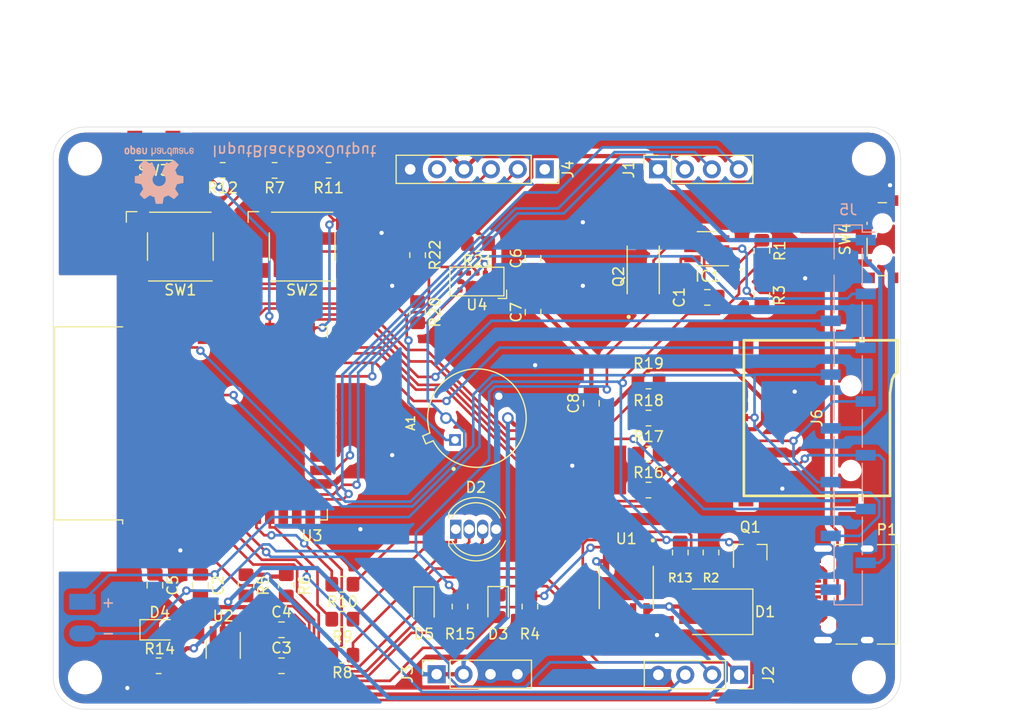
<source format=kicad_pcb>
(kicad_pcb (version 20171130) (host pcbnew "(5.1.12)-1")
  (layers (0 F.Cu signal) (31 B.Cu signal) (34 B.Paste user) (35 F.Paste user) (36 B.SilkS user) (37 F.SilkS user) (38 B.Mask user) (39 F.Mask user) (44 Edge.Cuts user))
  (net 0 "")
  (net 1 +3V3)
  (net 2 /IO22)
  (net 3 GND)
  (net 4 /IO21)
  (net 5 "Net-(C1-Pad1)")
  (net 6 VCC)
  (net 7 +5V)
  (net 8 "Net-(D2-Pad2)")
  (net 9 "Net-(D3-Pad2)")
  (net 10 "Net-(D4-Pad2)")
  (net 11 "Net-(IC1-Pad3)")
  (net 12 "Net-(IC1-Pad2)")
  (net 13 "Net-(IC1-Pad1)")
  (net 14 /IO1)
  (net 15 /IO3)
  (net 16 /IO16)
  (net 17 /IO25)
  (net 18 /IO32)
  (net 19 "Net-(R4-Pad1)")
  (net 20 /EN)
  (net 21 /IO0)
  (net 22 /IO5)
  (net 23 /IO12)
  (net 24 /IO13)
  (net 25 /IO15)
  (net 26 /IO14)
  (net 27 /IO2)
  (net 28 /IO4)
  (net 29 /B_LED)
  (net 30 /G_LED)
  (net 31 /IO17)
  (net 32 "Net-(SW4-Pad1)")
  (net 33 "Net-(D5-Pad2)")
  (net 34 "Net-(D2-Pad3)")
  (net 35 "Net-(D2-Pad1)")
  (net 36 /IO19)
  (net 37 /IO23)
  (net 38 /IO18)
  (net 39 "Net-(J6-Pad1)")
  (net 40 "Net-(R20-Pad2)")
  (net 41 /Sheet621A2242/BATT+)
  (net 42 /Sheet621A2242/BATT-)
  (net 43 /Sheet621A2242/CHRG)
  (net 44 /Sheet621A2242/STDBY)
  (net 45 /IO33)
  (net 46 /IO34)
  (net 47 ADC)
  (module Symbol:OSHW-Logo2_7.3x6mm_SilkScreen (layer B.Cu) (at 111 53.5)
    (fp_text reference REF** hide)
    (fp_text value OSHW-Logo2_7.3x6mm_SilkScreen hide)
  )
  (module Board:TO292P930H600-4 (layer F.Cu) (at 141 76.5 90)
    (fp_text reference A1 (at -0.46 -6.258 90) (layer F.SilkS) (effects (font (size 0.8 0.8))))
    (fp_text value MLX90640)
    (pad 2 thru_hole circle (at 0 2.92 90) (size 1.1 1.1) (drill 0.7) (layers *.Cu *.Mask) (net 1 +3V3))
    (pad 4 thru_hole circle (at 0 -2.92 90) (size 1.1 1.1) (drill 0.7) (layers *.Cu *.Mask) (net 2 /IO22))
    (pad 3 thru_hole circle (at 2.06475 2.06475 90) (size 1.1 1.1) (drill 0.7) (layers *.Cu *.Mask) (net 3 GND))
    (pad 1 thru_hole rect (at -2.06475 -2.06475 90) (size 1.1 1.1) (drill 0.7) (layers *.Cu *.Mask) (net 4 /IO21))
  )
  (module Board:SolderWire-01x02-SMD-BATT (layer B.Cu) (at 104 92.1 270)
    (fp_text reference BT1)
    (fp_text value Battery_Cell)
    (pad 1 smd roundrect (at 1.75 0.25 270) (size 1.5 2.5) (layers B.Cu B.Paste B.Mask) (roundrect_rratio 0.07099999999999999) (net 41 /Sheet621A2242/BATT+))
    (pad 2 smd oval (at 4.75 0.25 270) (size 1.5 2.5) (layers B.Cu B.Paste B.Mask) (net 42 /Sheet621A2242/BATT-))
  )
  (module Package_TO_SOT_SMD:SOT-23-6_Handsoldering (layer F.Cu) (at 162.7 60.5 180)
    (fp_text reference IC1 (at -0.1 -2.6) (layer F.SilkS))
    (fp_text value DW01A)
    (pad 5 smd rect (at 1.35 0 180) (size 1.56 0.65) (layers F.Cu F.Paste F.Mask) (net 5 "Net-(C1-Pad1)"))
    (pad 6 smd rect (at 1.35 -0.95 180) (size 1.56 0.65) (layers F.Cu F.Paste F.Mask) (net 42 /Sheet621A2242/BATT-))
    (pad 4 smd rect (at 1.35 0.95 180) (size 1.56 0.65) (layers F.Cu F.Paste F.Mask))
    (pad 3 smd rect (at -1.35 0.95 180) (size 1.56 0.65) (layers F.Cu F.Paste F.Mask) (net 11 "Net-(IC1-Pad3)"))
    (pad 2 smd rect (at -1.35 0 180) (size 1.56 0.65) (layers F.Cu F.Paste F.Mask) (net 12 "Net-(IC1-Pad2)"))
    (pad 1 smd rect (at -1.35 -0.95 180) (size 1.56 0.65) (layers F.Cu F.Paste F.Mask) (net 13 "Net-(IC1-Pad1)"))
  )
  (module Resistor_SMD:R_0805_2012Metric_Pad1.20x1.40mm_HandSolder (layer F.Cu) (at 123 92.3 270)
    (fp_text reference R6 (at 0 -1.7 90) (layer F.SilkS))
    (fp_text value 1k)
    (pad 1 smd roundrect (at -1 0 270) (size 1.2 1.4) (layers F.Cu F.Paste F.Mask) (roundrect_rratio 0.208333) (net 7 +5V))
    (pad 2 smd roundrect (at 1 0 270) (size 1.2 1.4) (layers F.Cu F.Paste F.Mask) (roundrect_rratio 0.208333) (net 33 "Net-(D5-Pad2)"))
  )
  (module Resistor_SMD:R_0805_2012Metric_Pad1.20x1.40mm_HandSolder (layer F.Cu) (at 119.2 92.3 270)
    (fp_text reference R5 (at 0 -1.65 270) (layer F.SilkS))
    (fp_text value 1k)
    (pad 1 smd roundrect (at -1 0 270) (size 1.2 1.4) (layers F.Cu F.Paste F.Mask) (roundrect_rratio 0.208333) (net 7 +5V))
    (pad 2 smd roundrect (at 1 0 270) (size 1.2 1.4) (layers F.Cu F.Paste F.Mask) (roundrect_rratio 0.208333) (net 9 "Net-(D3-Pad2)"))
  )
  (module Board:SOP127P600X175-9N (layer F.Cu) (at 155.1 92.5 270)
    (fp_text reference U1 (at -4.6 0 180) (layer F.SilkS))
    (fp_text value TP4056)
    (pad 9 smd rect (at 0 0 270) (size 2.413 3.302) (layers F.Cu F.Mask) (net 3 GND))
    (pad 8 smd roundrect (at 2.475 -1.905 270) (size 1.97 0.6) (layers F.Cu F.Paste F.Mask) (roundrect_rratio 0.07000000000000001) (net 7 +5V))
    (pad 7 smd roundrect (at 2.475 -0.635 270) (size 1.97 0.6) (layers F.Cu F.Paste F.Mask) (roundrect_rratio 0.07000000000000001) (net 43 /Sheet621A2242/CHRG))
    (pad 6 smd roundrect (at 2.475 0.635 270) (size 1.97 0.6) (layers F.Cu F.Paste F.Mask) (roundrect_rratio 0.07000000000000001) (net 44 /Sheet621A2242/STDBY))
    (pad 5 smd roundrect (at 2.475 1.905 270) (size 1.97 0.6) (layers F.Cu F.Paste F.Mask) (roundrect_rratio 0.07000000000000001) (net 41 /Sheet621A2242/BATT+))
    (pad 4 smd roundrect (at -2.475 1.905 270) (size 1.97 0.6) (layers F.Cu F.Paste F.Mask) (roundrect_rratio 0.07000000000000001) (net 7 +5V))
    (pad 3 smd roundrect (at -2.475 0.635 270) (size 1.97 0.6) (layers F.Cu F.Paste F.Mask) (roundrect_rratio 0.07000000000000001) (net 3 GND))
    (pad 2 smd roundrect (at -2.475 -0.635 270) (size 1.97 0.6) (layers F.Cu F.Paste F.Mask) (roundrect_rratio 0.07000000000000001) (net 19 "Net-(R4-Pad1)"))
    (pad 1 smd roundrect (at -2.475 -1.905 270) (size 1.97 0.6) (layers F.Cu F.Paste F.Mask) (roundrect_rratio 0.07000000000000001) (net 3 GND))
  )
  (module Resistor_SMD:R_0805_2012Metric_Pad1.20x1.40mm_HandSolder (layer F.Cu) (at 139.4 94.3 270)
    (fp_text reference R15 (at 2.6 0 180) (layer F.SilkS))
    (fp_text value 10k)
    (pad 2 smd roundrect (at 1 0 270) (size 1.2 1.4) (layers F.Cu F.Paste F.Mask) (roundrect_rratio 0.208333) (net 47 ADC))
    (pad 1 smd roundrect (at -1 0 270) (size 1.2 1.4) (layers F.Cu F.Paste F.Mask) (roundrect_rratio 0.208333) (net 42 /Sheet621A2242/BATT-))
  )
  (module Resistor_SMD:R_0805_2012Metric_Pad1.20x1.40mm_HandSolder (layer F.Cu) (at 160.2 89.2 90)
    (fp_text reference R13 (at -2.4 0 180) (layer F.SilkS) (effects (font (size 0.8 0.8))))
    (fp_text value 10k)
    (pad 2 smd roundrect (at 1 0 90) (size 1.2 1.4) (layers F.Cu F.Paste F.Mask) (roundrect_rratio 0.208333) (net 41 /Sheet621A2242/BATT+))
    (pad 1 smd roundrect (at -1 0 90) (size 1.2 1.4) (layers F.Cu F.Paste F.Mask) (roundrect_rratio 0.208333) (net 47 ADC))
  )
  (module Resistor_SMD:R_0805_2012Metric_Pad1.20x1.40mm_HandSolder (layer F.Cu) (at 146 94.3 270)
    (fp_text reference R4 (at 2.6 0 180) (layer F.SilkS))
    (fp_text value 1.2k)
    (pad 2 smd roundrect (at 1 0 270) (size 1.2 1.4) (layers F.Cu F.Paste F.Mask) (roundrect_rratio 0.208333) (net 3 GND))
    (pad 1 smd roundrect (at -1 0 270) (size 1.2 1.4) (layers F.Cu F.Paste F.Mask) (roundrect_rratio 0.208333) (net 19 "Net-(R4-Pad1)"))
  )
  (module Resistor_SMD:R_0805_2012Metric_Pad1.20x1.40mm_HandSolder (layer F.Cu) (at 167.9 64.9 270)
    (fp_text reference R3 (at 0 -1.65 270) (layer F.SilkS))
    (fp_text value 1k)
    (pad 2 smd roundrect (at 1 0 270) (size 1.2 1.4) (layers F.Cu F.Paste F.Mask) (roundrect_rratio 0.208333) (net 12 "Net-(IC1-Pad2)"))
    (pad 1 smd roundrect (at -1 0 270) (size 1.2 1.4) (layers F.Cu F.Paste F.Mask) (roundrect_rratio 0.208333) (net 3 GND))
  )
  (module Resistor_SMD:R_0805_2012Metric_Pad1.20x1.40mm_HandSolder (layer F.Cu) (at 163.1 89.2 90)
    (fp_text reference R2 (at -2.4 0 180) (layer F.SilkS) (effects (font (size 0.8 0.8))))
    (fp_text value 10k)
    (pad 2 smd roundrect (at 1 0 90) (size 1.2 1.4) (layers F.Cu F.Paste F.Mask) (roundrect_rratio 0.208333) (net 3 GND))
    (pad 1 smd roundrect (at -1 0 90) (size 1.2 1.4) (layers F.Cu F.Paste F.Mask) (roundrect_rratio 0.208333) (net 7 +5V))
  )
  (module Resistor_SMD:R_0805_2012Metric_Pad1.20x1.40mm_HandSolder (layer F.Cu) (at 167.9 60.7 90)
    (fp_text reference R1 (at 0 1.7 270) (layer F.SilkS))
    (fp_text value 100R)
    (pad 2 smd roundrect (at 1 0 90) (size 1.2 1.4) (layers F.Cu F.Paste F.Mask) (roundrect_rratio 0.208333) (net 5 "Net-(C1-Pad1)"))
    (pad 1 smd roundrect (at -1 0 90) (size 1.2 1.4) (layers F.Cu F.Paste F.Mask) (roundrect_rratio 0.208333) (net 41 /Sheet621A2242/BATT+))
  )
  (module Board:SOP65P640X120-8N (layer F.Cu) (at 156.7 62.5 90)
    (fp_text reference Q2 (at -0.635 -2.327 90) (layer F.SilkS))
    (fp_text value FS8205A)
    (pad 8 smd roundrect (at 2.88 -0.975 90) (size 1.56 0.4) (layers F.Cu F.Paste F.Mask) (roundrect_rratio 0.05))
    (pad 7 smd roundrect (at 2.88 -0.325 90) (size 1.56 0.4) (layers F.Cu F.Paste F.Mask) (roundrect_rratio 0.05) (net 3 GND))
    (pad 6 smd roundrect (at 2.88 0.325 90) (size 1.56 0.4) (layers F.Cu F.Paste F.Mask) (roundrect_rratio 0.05) (net 3 GND))
    (pad 5 smd roundrect (at 2.88 0.975 90) (size 1.56 0.4) (layers F.Cu F.Paste F.Mask) (roundrect_rratio 0.05) (net 11 "Net-(IC1-Pad3)"))
    (pad 4 smd roundrect (at -2.88 0.975 90) (size 1.56 0.4) (layers F.Cu F.Paste F.Mask) (roundrect_rratio 0.05) (net 13 "Net-(IC1-Pad1)"))
    (pad 3 smd roundrect (at -2.88 0.325 90) (size 1.56 0.4) (layers F.Cu F.Paste F.Mask) (roundrect_rratio 0.05) (net 42 /Sheet621A2242/BATT-))
    (pad 2 smd roundrect (at -2.88 -0.325 90) (size 1.56 0.4) (layers F.Cu F.Paste F.Mask) (roundrect_rratio 0.05) (net 42 /Sheet621A2242/BATT-))
    (pad 1 smd roundrect (at -2.88 -0.975 90) (size 1.56 0.4) (layers F.Cu F.Paste F.Mask) (roundrect_rratio 0.05))
  )
  (module Package_TO_SOT_SMD:SOT-23 (layer F.Cu) (at 166.8 89.2 90)
    (fp_text reference Q1 (at 2.4 0) (layer F.SilkS))
    (fp_text value AO3401A)
    (pad 3 smd rect (at 1 0 90) (size 0.9 0.8) (layers F.Cu F.Paste F.Mask) (net 41 /Sheet621A2242/BATT+))
    (pad 2 smd rect (at -1 0.95 90) (size 0.9 0.8) (layers F.Cu F.Paste F.Mask) (net 6 VCC))
    (pad 1 smd rect (at -1 -0.95 90) (size 0.9 0.8) (layers F.Cu F.Paste F.Mask) (net 7 +5V))
  )
  (module LED_SMD:LED_0805_2012Metric_Pad1.15x1.40mm_HandSolder (layer F.Cu) (at 136 94.3 270)
    (fp_text reference D5 (at 2.6 0 180) (layer F.SilkS))
    (fp_text value LED-BLUE)
    (pad 2 smd roundrect (at 1.025 0 270) (size 1.15 1.4) (layers F.Cu F.Paste F.Mask) (roundrect_rratio 0.217391) (net 33 "Net-(D5-Pad2)"))
    (pad 1 smd roundrect (at -1.025 0 270) (size 1.15 1.4) (layers F.Cu F.Paste F.Mask) (roundrect_rratio 0.217391) (net 44 /Sheet621A2242/STDBY))
  )
  (module LED_SMD:LED_0805_2012Metric_Pad1.15x1.40mm_HandSolder (layer F.Cu) (at 143 94.275 270)
    (fp_text reference D3 (at 2.625 0 180) (layer F.SilkS))
    (fp_text value LED-RED)
    (pad 2 smd roundrect (at 1.025 0 270) (size 1.15 1.4) (layers F.Cu F.Paste F.Mask) (roundrect_rratio 0.217391) (net 9 "Net-(D3-Pad2)"))
    (pad 1 smd roundrect (at -1.025 0 270) (size 1.15 1.4) (layers F.Cu F.Paste F.Mask) (roundrect_rratio 0.217391) (net 43 /Sheet621A2242/CHRG))
  )
  (module Diode_SMD:D_SMB (layer F.Cu) (at 163.5 94.8 180)
    (fp_text reference D1 (at -4.7 0 180) (layer F.SilkS))
    (fp_text value SS14)
    (pad 2 smd rect (at 2.15 0 180) (size 2.5 2.3) (layers F.Cu F.Paste F.Mask) (net 7 +5V))
    (pad 1 smd rect (at -2.15 0 180) (size 2.5 2.3) (layers F.Cu F.Paste F.Mask) (net 6 VCC))
  )
  (module Capacitor_SMD:C_0805_2012Metric_Pad1.18x1.45mm_HandSolder (layer F.Cu) (at 114.9 92.3 270)
    (fp_text reference C2 (at 0 -1.68 270) (layer F.SilkS))
    (fp_text value 10uF)
    (pad 2 smd roundrect (at 1.0375 0 270) (size 1.175 1.45) (layers F.Cu F.Paste F.Mask) (roundrect_rratio 0.212766) (net 42 /Sheet621A2242/BATT-))
    (pad 1 smd roundrect (at -1.0375 0 270) (size 1.175 1.45) (layers F.Cu F.Paste F.Mask) (roundrect_rratio 0.212766) (net 41 /Sheet621A2242/BATT+))
  )
  (module Capacitor_SMD:C_0805_2012Metric_Pad1.18x1.45mm_HandSolder (layer F.Cu) (at 162.75 65.1)
    (fp_text reference C1 (at -2.65 0 270) (layer F.SilkS))
    (fp_text value 0.1uF)
    (pad 2 smd roundrect (at 1.0375 0) (size 1.175 1.45) (layers F.Cu F.Paste F.Mask) (roundrect_rratio 0.212766) (net 42 /Sheet621A2242/BATT-))
    (pad 1 smd roundrect (at -1.0375 0) (size 1.175 1.45) (layers F.Cu F.Paste F.Mask) (roundrect_rratio 0.212766) (net 5 "Net-(C1-Pad1)"))
  )
  (module Connector_PinSocket_2.54mm:PinSocket_1x04_P2.54mm_Vertical (layer F.Cu) (at 165.75 100.75 270)
    (fp_text reference J2 (at 0 -2.77 90) (layer F.SilkS))
    (fp_text value Conn_01x04_Female)
    (pad 4 thru_hole oval (at 0 7.62 270) (size 1.7 1.7) (drill 1) (layers *.Cu *.Mask) (net 3 GND))
    (pad 3 thru_hole oval (at 0 5.08 270) (size 1.7 1.7) (drill 1) (layers *.Cu *.Mask) (net 18 /IO32))
    (pad 2 thru_hole oval (at 0 2.54 270) (size 1.7 1.7) (drill 1) (layers *.Cu *.Mask) (net 45 /IO33))
    (pad 1 thru_hole rect (at 0 0 270) (size 1.7 1.7) (drill 1) (layers *.Cu *.Mask) (net 46 /IO34))
  )
  (module Connector_PinSocket_2.54mm:PinSocket_1x04_P2.54mm_Vertical (layer F.Cu) (at 158.1 53 90)
    (fp_text reference J1 (at 0 -2.77 90) (layer F.SilkS))
    (fp_text value Conn_01x04_Female)
    (pad 4 thru_hole oval (at 0 7.62 90) (size 1.7 1.7) (drill 1) (layers *.Cu *.Mask) (net 23 /IO12))
    (pad 3 thru_hole oval (at 0 5.08 90) (size 1.7 1.7) (drill 1) (layers *.Cu *.Mask) (net 24 /IO13))
    (pad 2 thru_hole oval (at 0 2.54 90) (size 1.7 1.7) (drill 1) (layers *.Cu *.Mask) (net 26 /IO14))
    (pad 1 thru_hole rect (at 0 0 90) (size 1.7 1.7) (drill 1) (layers *.Cu *.Mask) (net 1 +3V3))
  )
  (module Connector_PinSocket_2.54mm:PinSocket_1x14_P2.54mm_Vertical_SMD_Pin1Left (layer B.Cu) (at 176.05 76.2 180)
    (fp_text reference J5 (at 0 19.38) (layer B.SilkS) (effects (justify mirror)))
    (fp_text value Conn_01x14)
    (pad 14 smd rect (at 1.65 -16.51 180) (size 1.9 1) (layers B.Cu B.Paste B.Mask))
    (pad 12 smd rect (at 1.65 -11.43 180) (size 1.9 1) (layers B.Cu B.Paste B.Mask) (net 37 /IO23))
    (pad 10 smd rect (at 1.65 -6.35 180) (size 1.9 1) (layers B.Cu B.Paste B.Mask) (net 38 /IO18))
    (pad 8 smd rect (at 1.65 -1.27 180) (size 1.9 1) (layers B.Cu B.Paste B.Mask) (net 1 +3V3))
    (pad 6 smd rect (at 1.65 3.81 180) (size 1.9 1) (layers B.Cu B.Paste B.Mask) (net 37 /IO23))
    (pad 4 smd rect (at 1.65 8.89 180) (size 1.9 1) (layers B.Cu B.Paste B.Mask) (net 28 /IO4))
    (pad 2 smd rect (at 1.65 13.97 180) (size 1.9 1) (layers B.Cu B.Paste B.Mask) (net 3 GND))
    (pad 13 smd rect (at -1.65 -13.97 180) (size 1.9 1) (layers B.Cu B.Paste B.Mask) (net 36 /IO19))
    (pad 11 smd rect (at -1.65 -8.89 180) (size 1.9 1) (layers B.Cu B.Paste B.Mask) (net 16 /IO16))
    (pad 9 smd rect (at -1.65 -3.81 180) (size 1.9 1) (layers B.Cu B.Paste B.Mask) (net 36 /IO19))
    (pad 7 smd rect (at -1.65 1.27 180) (size 1.9 1) (layers B.Cu B.Paste B.Mask) (net 38 /IO18))
    (pad 5 smd rect (at -1.65 6.35 180) (size 1.9 1) (layers B.Cu B.Paste B.Mask) (net 27 /IO2))
    (pad 3 smd rect (at -1.65 11.43 180) (size 1.9 1) (layers B.Cu B.Paste B.Mask) (net 25 /IO15))
    (pad 1 smd rect (at -1.65 16.51 180) (size 1.9 1) (layers B.Cu B.Paste B.Mask) (net 1 +3V3))
  )
  (module Sensor_Distance:ST_VL53L1x (layer F.Cu) (at 141 63.6 180)
    (fp_text reference U4 (at 0 -2.2) (layer F.SilkS))
    (fp_text value VL53L1CXV0FY1)
    (pad 1 smd roundrect (at -1.74 -0.675 180) (size 0.38 0.25) (layers F.Cu F.Paste F.Mask) (net 1 +3V3))
    (pad 11 smd roundrect (at -1.6 0.8 180) (size 0.5 0.5) (layers F.Cu F.Paste F.Mask) (net 1 +3V3))
    (pad 10 smd roundrect (at -0.8 0.8 180) (size 0.5 0.5) (layers F.Cu F.Paste F.Mask) (net 2 /IO22))
    (pad 9 smd roundrect (at 0 0.8 180) (size 0.5 0.5) (layers F.Cu F.Paste F.Mask) (net 4 /IO21))
    (pad 8 smd roundrect (at 0.8 0.8 180) (size 0.5 0.5) (layers F.Cu F.Paste F.Mask))
    (pad 12 smd roundrect (at -1.6 0 180) (size 0.5 0.5) (layers F.Cu F.Paste F.Mask) (net 3 GND))
    (pad 7 smd roundrect (at 1.6 0.8 180) (size 0.5 0.5) (layers F.Cu F.Paste F.Mask))
    (pad 6 smd roundrect (at 1.6 0 180) (size 0.5 0.5) (layers F.Cu F.Paste F.Mask) (net 3 GND))
    (pad 5 smd roundrect (at 1.6 -0.8 180) (size 0.5 0.5) (layers F.Cu F.Paste F.Mask) (net 40 "Net-(R20-Pad2)"))
    (pad 4 smd roundrect (at 0.8 -0.8 180) (size 0.5 0.5) (layers F.Cu F.Paste F.Mask) (net 3 GND))
    (pad 3 smd roundrect (at 0 -0.8 180) (size 0.5 0.5) (layers F.Cu F.Paste F.Mask) (net 3 GND))
    (pad 2 smd roundrect (at -0.8 -0.8 180) (size 0.5 0.5) (layers F.Cu F.Paste F.Mask) (net 3 GND))
    (pad 1 smd roundrect (at -1.6 -0.8 180) (size 0.5 0.5) (layers F.Cu F.Paste F.Mask) (net 1 +3V3))
  )
  (module Capacitor_SMD:C_0805_2012Metric_Pad1.18x1.45mm_HandSolder (layer F.Cu) (at 151.8 75.1 90)
    (fp_text reference C8 (at 0 -1.68 90) (layer F.SilkS))
    (fp_text value 100nF)
    (pad 2 smd roundrect (at 1.0375 0 90) (size 1.175 1.45) (layers F.Cu F.Paste F.Mask) (roundrect_rratio 0.212766) (net 1 +3V3))
    (pad 1 smd roundrect (at -1.0375 0 90) (size 1.175 1.45) (layers F.Cu F.Paste F.Mask) (roundrect_rratio 0.212766) (net 3 GND))
  )
  (module Resistor_SMD:R_0805_2012Metric_Pad1.20x1.40mm_HandSolder (layer F.Cu) (at 157.2 73)
    (fp_text reference R19 (at 0 -1.65) (layer F.SilkS))
    (fp_text value 10k)
    (pad 2 smd roundrect (at 1 0) (size 1.2 1.4) (layers F.Cu F.Paste F.Mask) (roundrect_rratio 0.208333) (net 39 "Net-(J6-Pad1)"))
    (pad 1 smd roundrect (at -1 0) (size 1.2 1.4) (layers F.Cu F.Paste F.Mask) (roundrect_rratio 0.208333) (net 1 +3V3))
  )
  (module Resistor_SMD:R_0805_2012Metric_Pad1.20x1.40mm_HandSolder (layer F.Cu) (at 157.2 76.5)
    (fp_text reference R18 (at 0 -1.65) (layer F.SilkS))
    (fp_text value 10k)
    (pad 2 smd roundrect (at 1 0) (size 1.2 1.4) (layers F.Cu F.Paste F.Mask) (roundrect_rratio 0.208333) (net 37 /IO23))
    (pad 1 smd roundrect (at -1 0) (size 1.2 1.4) (layers F.Cu F.Paste F.Mask) (roundrect_rratio 0.208333) (net 1 +3V3))
  )
  (module Resistor_SMD:R_0805_2012Metric_Pad1.20x1.40mm_HandSolder (layer F.Cu) (at 157.2 79.9)
    (fp_text reference R17 (at 0 -1.65) (layer F.SilkS))
    (fp_text value 10k)
    (pad 2 smd roundrect (at 1 0) (size 1.2 1.4) (layers F.Cu F.Paste F.Mask) (roundrect_rratio 0.208333) (net 38 /IO18))
    (pad 1 smd roundrect (at -1 0) (size 1.2 1.4) (layers F.Cu F.Paste F.Mask) (roundrect_rratio 0.208333) (net 1 +3V3))
  )
  (module Resistor_SMD:R_0805_2012Metric_Pad1.20x1.40mm_HandSolder (layer F.Cu) (at 157.2 83.3)
    (fp_text reference R16 (at 0 -1.65) (layer F.SilkS))
    (fp_text value 10k)
    (pad 2 smd roundrect (at 1 0) (size 1.2 1.4) (layers F.Cu F.Paste F.Mask) (roundrect_rratio 0.208333) (net 36 /IO19))
    (pad 1 smd roundrect (at -1 0) (size 1.2 1.4) (layers F.Cu F.Paste F.Mask) (roundrect_rratio 0.208333) (net 1 +3V3))
  )
  (module Connector_PinSocket_2.54mm:PinSocket_1x04_P2.54mm_Vertical (layer F.Cu) (at 137.2 100.7 90)
    (fp_text reference J3 (at 0 -2.77 90) (layer F.SilkS))
    (fp_text value Conn_01x04_Female)
    (pad 4 thru_hole oval (at 0 7.62 90) (size 1.7 1.7) (drill 1) (layers *.Cu *.Mask) (net 3 GND))
    (pad 3 thru_hole oval (at 0 5.08 90) (size 1.7 1.7) (drill 1) (layers *.Cu *.Mask) (net 3 GND))
    (pad 2 thru_hole oval (at 0 2.54 90) (size 1.7 1.7) (drill 1) (layers *.Cu *.Mask) (net 1 +3V3))
    (pad 1 thru_hole rect (at 0 0 90) (size 1.7 1.7) (drill 1) (layers *.Cu *.Mask) (net 1 +3V3))
  )
  (module Resistor_SMD:R_0805_2012Metric_Pad1.20x1.40mm_HandSolder (layer F.Cu) (at 110.95 99.9 180)
    (fp_text reference R14 (at -0.1 1.6) (layer F.SilkS))
    (fp_text value 2.2k)
    (pad 2 smd roundrect (at 1 0 180) (size 1.2 1.4) (layers F.Cu F.Paste F.Mask) (roundrect_rratio 0.208333) (net 10 "Net-(D4-Pad2)"))
    (pad 1 smd roundrect (at -1 0 180) (size 1.2 1.4) (layers F.Cu F.Paste F.Mask) (roundrect_rratio 0.208333) (net 7 +5V))
  )
  (module LED_SMD:LED_0805_2012Metric_Pad1.15x1.40mm_HandSolder (layer F.Cu) (at 111.05 96.5)
    (fp_text reference D4 (at 0 -1.65) (layer F.SilkS))
    (fp_text value LED-RED)
    (pad 2 smd roundrect (at 1.025 0) (size 1.15 1.4) (layers F.Cu F.Paste F.Mask) (roundrect_rratio 0.217391) (net 10 "Net-(D4-Pad2)"))
    (pad 1 smd roundrect (at -1.025 0) (size 1.15 1.4) (layers F.Cu F.Paste F.Mask) (roundrect_rratio 0.217391) (net 3 GND))
  )
  (module Connector_PinSocket_2.54mm:PinSocket_1x06_P2.54mm_Vertical (layer F.Cu) (at 147.4 53 270)
    (fp_text reference J4 (at 0 -2.2 90) (layer F.SilkS))
    (fp_text value Conn_01x06_Female)
    (pad 6 thru_hole oval (at 0 12.7 270) (size 1.7 1.7) (drill 1) (layers *.Cu *.Mask) (net 3 GND))
    (pad 5 thru_hole oval (at 0 10.16 270) (size 1.7 1.7) (drill 1) (layers *.Cu *.Mask))
    (pad 4 thru_hole oval (at 0 7.62 270) (size 1.7 1.7) (drill 1) (layers *.Cu *.Mask) (net 1 +3V3))
    (pad 3 thru_hole oval (at 0 5.08 270) (size 1.7 1.7) (drill 1) (layers *.Cu *.Mask) (net 14 /IO1))
    (pad 2 thru_hole oval (at 0 2.54 270) (size 1.7 1.7) (drill 1) (layers *.Cu *.Mask) (net 15 /IO3))
    (pad 1 thru_hole rect (at 0 0 270) (size 1.7 1.7) (drill 1) (layers *.Cu *.Mask))
  )
  (module Capacitor_SMD:C_0805_2012Metric_Pad1.18x1.45mm_HandSolder (layer F.Cu) (at 146.3 66.5 270)
    (fp_text reference C7 (at 0 1.6 90) (layer F.SilkS))
    (fp_text value 4.7uF)
    (pad 2 smd roundrect (at 1.0375 0 270) (size 1.175 1.45) (layers F.Cu F.Paste F.Mask) (roundrect_rratio 0.212766) (net 3 GND))
    (pad 1 smd roundrect (at -1.0375 0 270) (size 1.175 1.45) (layers F.Cu F.Paste F.Mask) (roundrect_rratio 0.212766) (net 1 +3V3))
  )
  (module Capacitor_SMD:C_0805_2012Metric_Pad1.18x1.45mm_HandSolder (layer F.Cu) (at 146.3 61.4 90)
    (fp_text reference C6 (at 0 -1.6 90) (layer F.SilkS))
    (fp_text value 100nF)
    (pad 2 smd roundrect (at 1.0375 0 90) (size 1.175 1.45) (layers F.Cu F.Paste F.Mask) (roundrect_rratio 0.212766) (net 3 GND))
    (pad 1 smd roundrect (at -1.0375 0 90) (size 1.175 1.45) (layers F.Cu F.Paste F.Mask) (roundrect_rratio 0.212766) (net 1 +3V3))
  )
  (module Resistor_SMD:R_0805_2012Metric_Pad1.20x1.40mm_HandSolder (layer F.Cu) (at 135.4 66.5 270)
    (fp_text reference R20 (at 0 -1.65 90) (layer F.SilkS))
    (fp_text value 10k)
    (pad 2 smd roundrect (at 1 0 270) (size 1.2 1.4) (layers F.Cu F.Paste F.Mask) (roundrect_rratio 0.208333) (net 40 "Net-(R20-Pad2)"))
    (pad 1 smd roundrect (at -1 0 270) (size 1.2 1.4) (layers F.Cu F.Paste F.Mask) (roundrect_rratio 0.208333) (net 1 +3V3))
  )
  (module Resistor_SMD:R_0805_2012Metric_Pad1.20x1.40mm_HandSolder (layer F.Cu) (at 141.1 60 180)
    (fp_text reference R21 (at 0 -1.65) (layer F.SilkS))
    (fp_text value 4.7k)
    (pad 2 smd roundrect (at 1 0 180) (size 1.2 1.4) (layers F.Cu F.Paste F.Mask) (roundrect_rratio 0.208333) (net 2 /IO22))
    (pad 1 smd roundrect (at -1 0 180) (size 1.2 1.4) (layers F.Cu F.Paste F.Mask) (roundrect_rratio 0.208333) (net 1 +3V3))
  )
  (module Resistor_SMD:R_0805_2012Metric_Pad1.20x1.40mm_HandSolder (layer F.Cu) (at 135.4 61.1 270)
    (fp_text reference R22 (at 0 -1.65 90) (layer F.SilkS))
    (fp_text value 4.7k)
    (pad 2 smd roundrect (at 1 0 270) (size 1.2 1.4) (layers F.Cu F.Paste F.Mask) (roundrect_rratio 0.208333) (net 4 /IO21))
    (pad 1 smd roundrect (at -1 0 270) (size 1.2 1.4) (layers F.Cu F.Paste F.Mask) (roundrect_rratio 0.208333) (net 1 +3V3))
  )
  (module Board:SW_SPDT_PCM12 (layer F.Cu) (at 178.95 59.6 90)
    (fp_text reference SW4 (at 0 -3.2 90) (layer F.SilkS))
    (fp_text value SW_SPST)
    (pad "" np_thru_hole circle (at -1.5 0.33 90) (size 0.9 0.9) (drill 0.9) (layers *.Cu *.Mask))
    (pad "" np_thru_hole circle (at 1.5 0.33 90) (size 0.9 0.9) (drill 0.9) (layers *.Cu *.Mask))
    (pad 1 smd rect (at -2.25 -1.43 90) (size 0.7 1.5) (layers F.Cu F.Paste F.Mask) (net 32 "Net-(SW4-Pad1)"))
    (pad 2 smd rect (at 0.75 -1.43 90) (size 0.7 1.5) (layers F.Cu F.Paste F.Mask) (net 1 +3V3))
    (pad 3 smd rect (at 2.25 -1.43 90) (size 0.7 1.5) (layers F.Cu F.Paste F.Mask))
    (pad "" smd rect (at -3.65 1.43 90) (size 1 0.8) (layers F.Cu F.Paste F.Mask))
    (pad "" smd rect (at 3.65 1.43 90) (size 1 0.8) (layers F.Cu F.Paste F.Mask))
    (pad "" smd rect (at 3.65 -0.78 90) (size 1 0.8) (layers F.Cu F.Paste F.Mask))
    (pad "" smd rect (at -3.65 -0.78 90) (size 1 0.8) (layers F.Cu F.Paste F.Mask))
  )
  (module Board:SW_SPST_EVQP7A (layer F.Cu) (at 110.5 50.6 180)
    (fp_text reference SW3 (at 0 -2.5) (layer F.SilkS))
    (fp_text value SW_Push)
    (pad 2 smd rect (at -1.8 0.72 180) (size 1.4 1.05) (layers F.Cu F.Paste F.Mask) (net 31 /IO17))
    (pad 2 smd rect (at 1.8 0.72 180) (size 1.4 1.05) (layers F.Cu F.Paste F.Mask) (net 31 /IO17))
    (pad 1 smd rect (at -1.8 -0.72 180) (size 1.4 1.05) (layers F.Cu F.Paste F.Mask) (net 3 GND))
    (pad 1 smd rect (at 1.8 -0.72 180) (size 1.4 1.05) (layers F.Cu F.Paste F.Mask) (net 3 GND))
  )
  (module Resistor_SMD:R_0805_2012Metric_Pad1.20x1.40mm_HandSolder (layer F.Cu) (at 117 53.1 180)
    (fp_text reference R12 (at 0 -1.65) (layer F.SilkS))
    (fp_text value 10k)
    (pad 2 smd roundrect (at 1 0 180) (size 1.2 1.4) (layers F.Cu F.Paste F.Mask) (roundrect_rratio 0.208333) (net 31 /IO17))
    (pad 1 smd roundrect (at -1 0 180) (size 1.2 1.4) (layers F.Cu F.Paste F.Mask) (roundrect_rratio 0.208333) (net 1 +3V3))
  )
  (module Board:GCT-MEM2055-00-190-01-A (layer F.Cu) (at 165 76.5 270)
    (fp_text reference J6 (at 0 -8.1 90) (layer F.SilkS))
    (fp_text value Micro_SD_Card)
    (pad "" np_thru_hole circle (at -3.05 -11.3 90) (size 1 1) (drill 1) (layers *.Cu *.Mask F.SilkS))
    (pad "" np_thru_hole circle (at 4.95 -11.3 90) (size 1 1) (drill 1) (layers *.Cu *.Mask F.SilkS))
    (pad 9 smd rect (at 6.55 -0.8 270) (size 0.7 1.6) (layers F.Cu F.Paste F.Mask) (net 3 GND))
    (pad "" smd rect (at 7.75 -10.9 90) (size 1.2 2.2) (layers F.Cu F.Paste F.Mask))
    (pad ~ smd rect (at -7.75 -11 90) (size 1.2 2.2) (layers F.Cu F.Paste F.Mask))
    (pad "" smd rect (at -6.85 -1.4 270) (size 1.6 1.4) (layers F.Cu F.Paste F.Mask))
    (pad 10 smd rect (at 7.75 -1.4 270) (size 1.2 1.4) (layers F.Cu F.Paste F.Mask))
    (pad 1 smd rect (at -2.25 -0.8 270) (size 0.7 1.6) (layers F.Cu F.Paste F.Mask) (net 39 "Net-(J6-Pad1)"))
    (pad 2 smd rect (at -1.15 -0.8 270) (size 0.7 1.6) (layers F.Cu F.Paste F.Mask) (net 22 /IO5))
    (pad 3 smd rect (at -0.05 -0.8 270) (size 0.7 1.6) (layers F.Cu F.Paste F.Mask) (net 37 /IO23))
    (pad 4 smd rect (at 1.05 -0.8 270) (size 0.7 1.6) (layers F.Cu F.Paste F.Mask) (net 1 +3V3))
    (pad 5 smd rect (at 2.15 -0.8 270) (size 0.7 1.6) (layers F.Cu F.Paste F.Mask) (net 38 /IO18))
    (pad 6 smd rect (at 3.25 -0.8 270) (size 0.7 1.6) (layers F.Cu F.Paste F.Mask) (net 3 GND))
    (pad 7 smd rect (at 4.35 -0.8 270) (size 0.7 1.6) (layers F.Cu F.Paste F.Mask) (net 36 /IO19))
    (pad 8 smd rect (at 5.45 -0.8 270) (size 0.7 1.6) (layers F.Cu F.Paste F.Mask))
  )
  (module MountingHole:MountingHole_2.2mm_M2 (layer F.Cu) (at 104 52)
    (fp_text reference H4)
    (fp_text value MountingHole)
    (pad 1 np_thru_hole circle (at 0 0) (size 2.2 2.2) (drill 2.2) (layers *.Cu *.Mask))
  )
  (module MountingHole:MountingHole_2.2mm_M2 (layer F.Cu) (at 104 101)
    (fp_text reference H3)
    (fp_text value MountingHole)
    (pad 1 np_thru_hole circle (at 0 0) (size 2.2 2.2) (drill 2.2) (layers *.Cu *.Mask))
  )
  (module MountingHole:MountingHole_2.2mm_M2 (layer F.Cu) (at 178 101)
    (fp_text reference H2)
    (fp_text value MountingHole)
    (pad 1 np_thru_hole circle (at 0 0) (size 2.2 2.2) (drill 2.2) (layers *.Cu *.Mask))
  )
  (module MountingHole:MountingHole_2.2mm_M2 (layer F.Cu) (at 178 52)
    (fp_text reference H1)
    (fp_text value MountingHole)
    (pad 1 np_thru_hole circle (at 0 0) (size 2.2 2.2) (drill 2.2) (layers *.Cu *.Mask))
  )
  (module RF_Module:ESP32-WROOM-32 (layer F.Cu) (at 117 77 90)
    (fp_text reference U3 (at -10.61 8.43 180) (layer F.SilkS))
    (fp_text value ESP32-WROOM-32D)
    (pad 38 smd rect (at 8.5 -8.255 90) (size 2 0.9) (layers F.Cu F.Paste F.Mask) (net 3 GND))
    (pad 37 smd rect (at 8.5 -6.985 90) (size 2 0.9) (layers F.Cu F.Paste F.Mask) (net 37 /IO23))
    (pad 36 smd rect (at 8.5 -5.715 90) (size 2 0.9) (layers F.Cu F.Paste F.Mask) (net 2 /IO22))
    (pad 35 smd rect (at 8.5 -4.445 90) (size 2 0.9) (layers F.Cu F.Paste F.Mask) (net 14 /IO1))
    (pad 34 smd rect (at 8.5 -3.175 90) (size 2 0.9) (layers F.Cu F.Paste F.Mask) (net 15 /IO3))
    (pad 33 smd rect (at 8.5 -1.905 90) (size 2 0.9) (layers F.Cu F.Paste F.Mask) (net 4 /IO21))
    (pad 32 smd rect (at 8.5 -0.635 90) (size 2 0.9) (layers F.Cu F.Paste F.Mask))
    (pad 31 smd rect (at 8.5 0.635 90) (size 2 0.9) (layers F.Cu F.Paste F.Mask) (net 36 /IO19))
    (pad 30 smd rect (at 8.5 1.905 90) (size 2 0.9) (layers F.Cu F.Paste F.Mask) (net 38 /IO18))
    (pad 29 smd rect (at 8.5 3.175 90) (size 2 0.9) (layers F.Cu F.Paste F.Mask) (net 22 /IO5))
    (pad 28 smd rect (at 8.5 4.445 90) (size 2 0.9) (layers F.Cu F.Paste F.Mask) (net 31 /IO17))
    (pad 27 smd rect (at 8.5 5.715 90) (size 2 0.9) (layers F.Cu F.Paste F.Mask) (net 16 /IO16))
    (pad 26 smd rect (at 8.5 6.985 90) (size 2 0.9) (layers F.Cu F.Paste F.Mask) (net 28 /IO4))
    (pad 25 smd rect (at 8.5 8.255 90) (size 2 0.9) (layers F.Cu F.Paste F.Mask) (net 21 /IO0))
    (pad 24 smd rect (at 5.715 9.255 180) (size 2 0.9) (layers F.Cu F.Paste F.Mask) (net 27 /IO2))
    (pad 23 smd rect (at 4.445 9.255 180) (size 2 0.9) (layers F.Cu F.Paste F.Mask) (net 25 /IO15))
    (pad 22 smd rect (at 3.175 9.255 180) (size 2 0.9) (layers F.Cu F.Paste F.Mask))
    (pad 21 smd rect (at 1.905 9.255 180) (size 2 0.9) (layers F.Cu F.Paste F.Mask))
    (pad 20 smd rect (at 0.635 9.255 180) (size 2 0.9) (layers F.Cu F.Paste F.Mask))
    (pad 19 smd rect (at -0.635 9.255 180) (size 2 0.9) (layers F.Cu F.Paste F.Mask))
    (pad 18 smd rect (at -1.905 9.255 180) (size 2 0.9) (layers F.Cu F.Paste F.Mask))
    (pad 17 smd rect (at -3.175 9.255 180) (size 2 0.9) (layers F.Cu F.Paste F.Mask))
    (pad 16 smd rect (at -4.445 9.255 180) (size 2 0.9) (layers F.Cu F.Paste F.Mask) (net 24 /IO13))
    (pad 15 smd rect (at -5.715 9.255 180) (size 2 0.9) (layers F.Cu F.Paste F.Mask) (net 3 GND))
    (pad 14 smd rect (at -8.5 8.255 90) (size 2 0.9) (layers F.Cu F.Paste F.Mask) (net 23 /IO12))
    (pad 13 smd rect (at -8.5 6.985 90) (size 2 0.9) (layers F.Cu F.Paste F.Mask) (net 26 /IO14))
    (pad 12 smd rect (at -8.5 5.715 90) (size 2 0.9) (layers F.Cu F.Paste F.Mask) (net 29 /B_LED))
    (pad 11 smd rect (at -8.5 4.445 90) (size 2 0.9) (layers F.Cu F.Paste F.Mask) (net 30 /G_LED))
    (pad 10 smd rect (at -8.5 3.175 90) (size 2 0.9) (layers F.Cu F.Paste F.Mask) (net 17 /IO25))
    (pad 9 smd rect (at -8.5 1.905 90) (size 2 0.9) (layers F.Cu F.Paste F.Mask) (net 45 /IO33))
    (pad 8 smd rect (at -8.5 0.635 90) (size 2 0.9) (layers F.Cu F.Paste F.Mask) (net 18 /IO32))
    (pad 7 smd rect (at -8.5 -0.635 90) (size 2 0.9) (layers F.Cu F.Paste F.Mask) (net 47 ADC))
    (pad 6 smd rect (at -8.5 -1.905 90) (size 2 0.9) (layers F.Cu F.Paste F.Mask) (net 46 /IO34))
    (pad 5 smd rect (at -8.5 -3.175 90) (size 2 0.9) (layers F.Cu F.Paste F.Mask))
    (pad 4 smd rect (at -8.5 -4.445 90) (size 2 0.9) (layers F.Cu F.Paste F.Mask))
    (pad 3 smd rect (at -8.5 -5.715 90) (size 2 0.9) (layers F.Cu F.Paste F.Mask) (net 20 /EN))
    (pad 2 smd rect (at -8.5 -6.985 90) (size 2 0.9) (layers F.Cu F.Paste F.Mask) (net 1 +3V3))
    (pad 1 smd rect (at -8.5 -8.255 90) (size 2 0.9) (layers F.Cu F.Paste F.Mask) (net 3 GND))
    (pad 39 smd rect (at -1 -0.755 90) (size 5 5) (layers F.Cu F.Paste F.Mask) (net 3 GND))
  )
  (module Package_TO_SOT_SMD:SOT-23-5_HandSoldering (layer F.Cu) (at 117.05 98.3 270)
    (fp_text reference U2 (at -3.1 0 180) (layer F.SilkS))
    (fp_text value ME6211)
    (pad 5 smd rect (at 1.35 -0.95 270) (size 1.56 0.65) (layers F.Cu F.Paste F.Mask) (net 32 "Net-(SW4-Pad1)"))
    (pad 4 smd rect (at 1.35 0.95 270) (size 1.56 0.65) (layers F.Cu F.Paste F.Mask))
    (pad 3 smd rect (at -1.35 0.95 270) (size 1.56 0.65) (layers F.Cu F.Paste F.Mask) (net 6 VCC))
    (pad 2 smd rect (at -1.35 0 270) (size 1.56 0.65) (layers F.Cu F.Paste F.Mask) (net 3 GND))
    (pad 1 smd rect (at -1.35 -0.95 270) (size 1.56 0.65) (layers F.Cu F.Paste F.Mask) (net 6 VCC))
  )
  (module Button_Switch_SMD:SW_SPST_Omron_B3FS-100xP (layer F.Cu) (at 124.5 60.3)
    (fp_text reference SW2 (at 0 4.1) (layer F.SilkS))
    (fp_text value SW_Push)
    (pad 3 smd rect (at -4 2.25 180) (size 1.6 1.4) (layers F.Cu F.Paste F.Mask))
    (pad 4 smd rect (at 4 2.25 180) (size 1.6 1.4) (layers F.Cu F.Paste F.Mask))
    (pad 1 smd rect (at -4 -2.25 180) (size 1.6 1.4) (layers F.Cu F.Paste F.Mask) (net 3 GND))
    (pad 2 smd rect (at 4 -2.25 180) (size 1.6 1.4) (layers F.Cu F.Paste F.Mask) (net 21 /IO0))
  )
  (module Button_Switch_SMD:SW_SPST_Omron_B3FS-100xP (layer F.Cu) (at 113 60.3)
    (fp_text reference SW1 (at 0 4.1) (layer F.SilkS))
    (fp_text value SW_Push)
    (pad 3 smd rect (at -4 2.25 180) (size 1.6 1.4) (layers F.Cu F.Paste F.Mask))
    (pad 4 smd rect (at 4 2.25 180) (size 1.6 1.4) (layers F.Cu F.Paste F.Mask))
    (pad 1 smd rect (at -4 -2.25 180) (size 1.6 1.4) (layers F.Cu F.Paste F.Mask) (net 3 GND))
    (pad 2 smd rect (at 4 -2.25 180) (size 1.6 1.4) (layers F.Cu F.Paste F.Mask) (net 20 /EN))
  )
  (module Resistor_SMD:R_0805_2012Metric_Pad1.20x1.40mm_HandSolder (layer F.Cu) (at 128.3 92.2 180)
    (fp_text reference R10 (at 0 -1.65) (layer F.SilkS))
    (fp_text value 1.2k)
    (pad 2 smd roundrect (at 1 0 180) (size 1.2 1.4) (layers F.Cu F.Paste F.Mask) (roundrect_rratio 0.208333) (net 17 /IO25))
    (pad 1 smd roundrect (at -1 0 180) (size 1.2 1.4) (layers F.Cu F.Paste F.Mask) (roundrect_rratio 0.208333) (net 35 "Net-(D2-Pad1)"))
  )
  (module Resistor_SMD:R_0805_2012Metric_Pad1.20x1.40mm_HandSolder (layer F.Cu) (at 128.3 95.5 180)
    (fp_text reference R9 (at 0 -1.65) (layer F.SilkS))
    (fp_text value 1.2k)
    (pad 2 smd roundrect (at 1 0 180) (size 1.2 1.4) (layers F.Cu F.Paste F.Mask) (roundrect_rratio 0.208333) (net 30 /G_LED))
    (pad 1 smd roundrect (at -1 0 180) (size 1.2 1.4) (layers F.Cu F.Paste F.Mask) (roundrect_rratio 0.208333) (net 8 "Net-(D2-Pad2)"))
  )
  (module Resistor_SMD:R_0805_2012Metric_Pad1.20x1.40mm_HandSolder (layer F.Cu) (at 128.3 98.9 180)
    (fp_text reference R8 (at 0 -1.65) (layer F.SilkS))
    (fp_text value 1.2k)
    (pad 2 smd roundrect (at 1 0 180) (size 1.2 1.4) (layers F.Cu F.Paste F.Mask) (roundrect_rratio 0.208333) (net 29 /B_LED))
    (pad 1 smd roundrect (at -1 0 180) (size 1.2 1.4) (layers F.Cu F.Paste F.Mask) (roundrect_rratio 0.208333) (net 34 "Net-(D2-Pad3)"))
  )
  (module Resistor_SMD:R_0805_2012Metric_Pad1.20x1.40mm_HandSolder (layer F.Cu) (at 127 53.1 180)
    (fp_text reference R11 (at 0 -1.65) (layer F.SilkS))
    (fp_text value 10k)
    (pad 2 smd roundrect (at 1 0 180) (size 1.2 1.4) (layers F.Cu F.Paste F.Mask) (roundrect_rratio 0.208333) (net 21 /IO0))
    (pad 1 smd roundrect (at -1 0 180) (size 1.2 1.4) (layers F.Cu F.Paste F.Mask) (roundrect_rratio 0.208333) (net 1 +3V3))
  )
  (module Resistor_SMD:R_0805_2012Metric_Pad1.20x1.40mm_HandSolder (layer F.Cu) (at 121.9 53.1 180)
    (fp_text reference R7 (at 0 -1.65) (layer F.SilkS))
    (fp_text value 10k)
    (pad 2 smd roundrect (at 1 0 180) (size 1.2 1.4) (layers F.Cu F.Paste F.Mask) (roundrect_rratio 0.208333) (net 20 /EN))
    (pad 1 smd roundrect (at -1 0 180) (size 1.2 1.4) (layers F.Cu F.Paste F.Mask) (roundrect_rratio 0.208333) (net 1 +3V3))
  )
  (module Connector_USB:USB_C_Receptacle_HRO_TYPE-C-31-M-12 (layer F.Cu) (at 176.8 93.15 90)
    (fp_text reference P1 (at 6.1 2.9) (layer F.SilkS))
    (fp_text value USB_C_Plug_USB2.0)
    (pad B1 smd rect (at 3.25 -4.045 90) (size 0.6 1.45) (layers F.Cu F.Paste F.Mask) (net 3 GND))
    (pad A9 smd rect (at 2.45 -4.045 90) (size 0.6 1.45) (layers F.Cu F.Paste F.Mask) (net 7 +5V))
    (pad B9 smd rect (at -2.45 -4.045 90) (size 0.6 1.45) (layers F.Cu F.Paste F.Mask) (net 7 +5V))
    (pad B12 smd rect (at -3.25 -4.045 90) (size 0.6 1.45) (layers F.Cu F.Paste F.Mask) (net 3 GND))
    (pad A1 smd rect (at -3.25 -4.045 90) (size 0.6 1.45) (layers F.Cu F.Paste F.Mask) (net 3 GND))
    (pad A4 smd rect (at -2.45 -4.045 90) (size 0.6 1.45) (layers F.Cu F.Paste F.Mask) (net 7 +5V))
    (pad B4 smd rect (at 2.45 -4.045 90) (size 0.6 1.45) (layers F.Cu F.Paste F.Mask) (net 7 +5V))
    (pad A12 smd rect (at 3.25 -4.045 90) (size 0.6 1.45) (layers F.Cu F.Paste F.Mask) (net 3 GND))
    (pad B8 smd rect (at -1.75 -4.045 90) (size 0.3 1.45) (layers F.Cu F.Paste F.Mask))
    (pad A5 smd rect (at -1.25 -4.045 90) (size 0.3 1.45) (layers F.Cu F.Paste F.Mask))
    (pad B7 smd rect (at -0.75 -4.045 90) (size 0.3 1.45) (layers F.Cu F.Paste F.Mask))
    (pad A7 smd rect (at 0.25 -4.045 90) (size 0.3 1.45) (layers F.Cu F.Paste F.Mask))
    (pad B6 smd rect (at 0.75 -4.045 90) (size 0.3 1.45) (layers F.Cu F.Paste F.Mask))
    (pad A8 smd rect (at 1.25 -4.045 90) (size 0.3 1.45) (layers F.Cu F.Paste F.Mask))
    (pad B5 smd rect (at 1.75 -4.045 90) (size 0.3 1.45) (layers F.Cu F.Paste F.Mask))
    (pad A6 smd rect (at -0.25 -4.045 90) (size 0.3 1.45) (layers F.Cu F.Paste F.Mask))
    (pad S1 thru_hole oval (at 4.32 -3.13 90) (size 1 2.1) (drill oval 0.6 1.7) (layers *.Cu *.Mask) (net 3 GND))
    (pad S1 thru_hole oval (at -4.32 -3.13 90) (size 1 2.1) (drill oval 0.6 1.7) (layers *.Cu *.Mask) (net 3 GND))
    (pad "" np_thru_hole circle (at -2.89 -2.6 90) (size 0.65 0.65) (drill 0.65) (layers *.Cu *.Mask))
    (pad S1 thru_hole oval (at -4.32 1.05 90) (size 1 1.6) (drill oval 0.6 1.2) (layers *.Cu *.Mask) (net 3 GND))
    (pad "" np_thru_hole circle (at 2.89 -2.6 90) (size 0.65 0.65) (drill 0.65) (layers *.Cu *.Mask))
    (pad S1 thru_hole oval (at 4.32 1.05 90) (size 1 1.6) (drill oval 0.6 1.2) (layers *.Cu *.Mask) (net 3 GND))
  )
  (module LED_THT:LED_D5.0mm-4_RGB (layer F.Cu) (at 139 87)
    (fp_text reference D2 (at 1.905 -3.96) (layer F.SilkS))
    (fp_text value LED_RGBC)
    (pad 4 thru_hole oval (at 3.81 0) (size 1.07 1.8) (drill 0.9) (layers *.Cu *.Mask) (net 3 GND))
    (pad 3 thru_hole oval (at 2.54 0) (size 1.07 1.8) (drill 0.9) (layers *.Cu *.Mask) (net 34 "Net-(D2-Pad3)"))
    (pad 2 thru_hole oval (at 1.27 0) (size 1.07 1.8) (drill 0.9) (layers *.Cu *.Mask) (net 8 "Net-(D2-Pad2)"))
    (pad 1 thru_hole rect (at 0 0) (size 1.07 1.8) (drill 0.9) (layers *.Cu *.Mask) (net 35 "Net-(D2-Pad1)"))
  )
  (module Capacitor_SMD:C_0805_2012Metric_Pad1.18x1.45mm_HandSolder (layer F.Cu) (at 110.6 92.3 270)
    (fp_text reference C5 (at 0 -1.68 90) (layer F.SilkS))
    (fp_text value 10uF)
    (pad 2 smd roundrect (at 1.0375 0 270) (size 1.175 1.45) (layers F.Cu F.Paste F.Mask) (roundrect_rratio 0.212766) (net 3 GND))
    (pad 1 smd roundrect (at -1.0375 0 270) (size 1.175 1.45) (layers F.Cu F.Paste F.Mask) (roundrect_rratio 0.212766) (net 1 +3V3))
  )
  (module Capacitor_SMD:C_0805_2012Metric_Pad1.18x1.45mm_HandSolder (layer F.Cu) (at 122.55 96.5)
    (fp_text reference C4 (at 0 -1.68) (layer F.SilkS))
    (fp_text value 1uF)
    (pad 2 smd roundrect (at 1.0375 0) (size 1.175 1.45) (layers F.Cu F.Paste F.Mask) (roundrect_rratio 0.212766) (net 3 GND))
    (pad 1 smd roundrect (at -1.0375 0) (size 1.175 1.45) (layers F.Cu F.Paste F.Mask) (roundrect_rratio 0.212766) (net 1 +3V3))
  )
  (module Capacitor_SMD:C_0805_2012Metric_Pad1.18x1.45mm_HandSolder (layer F.Cu) (at 122.55 99.9)
    (fp_text reference C3 (at 0 -1.68) (layer F.SilkS))
    (fp_text value 1uF)
    (pad 2 smd roundrect (at 1.0375 0) (size 1.175 1.45) (layers F.Cu F.Paste F.Mask) (roundrect_rratio 0.212766) (net 3 GND))
    (pad 1 smd roundrect (at -1.0375 0) (size 1.175 1.45) (layers F.Cu F.Paste F.Mask) (roundrect_rratio 0.212766) (net 6 VCC))
  )
  (gr_text InputBlackBoxOutput (at 123.75 51.25 180) (layer B.SilkS) (effects (font (size 1 1)) (justify mirror)))
  (gr_line (start 101 52) (end 101 101) (layer Edge.Cuts) (width 0.05))
  (gr_line (start 181 52) (end 181 101) (layer Edge.Cuts) (width 0.05))
  (gr_line (start 104 49) (end 178 49) (layer Edge.Cuts) (width 0.05))
  (gr_line (start 178 104) (end 104 104) (layer Edge.Cuts) (width 0.05))
  (gr_text - (at 106.2 96.8) (layer B.SilkS) (effects (font (size 1 1))))
  (gr_text + (at 106.2 93.9) (layer B.SilkS) (effects (font (size 1 1))))
  (gr_line (start 166.2 62.4) (end 166.1 62.4) (layer F.SilkS) (width 0.12))
  (gr_line (start 165.9 62.5) (end 165.9 62.4) (layer F.SilkS) (width 0.12))
  (gr_line (start 165.8 62.5) (end 165.9 62.5) (layer F.SilkS) (width 0.12))
  (gr_line (start 165.8 62.4) (end 165.8 62.5) (layer F.SilkS) (width 0.12))
  (gr_arc (start 178 52) (end 181 52) (angle -90) (layer Edge.Cuts) (width 0.05))
  (gr_arc (start 178 101) (end 178 104) (angle -90) (layer Edge.Cuts) (width 0.05))
  (gr_arc (start 104 101) (end 101 101) (angle -90) (layer Edge.Cuts) (width 0.05))
  (gr_arc (start 104 52) (end 104 49) (angle -90) (layer Edge.Cuts) (width 0.05))
  (segment (start 156.2 79.9) (end 156.2 83.3) (width 0.4) (layer F.Cu) (net 1))
  (segment (start 157.1359 77.6096) (end 157.1359 78.9641) (width 0.4) (layer F.Cu) (net 1))
  (segment (start 157.1359 78.9641) (end 156.2 79.9) (width 0.4) (layer F.Cu) (net 1))
  (segment (start 152.9599 75.2224) (end 151.8 74.0625) (width 0.4) (layer F.Cu) (net 1))
  (segment (start 143.92 76.5) (end 144.5464 77.1264) (width 0.4) (layer F.Cu) (net 1))
  (segment (start 144.5464 77.1264) (end 152.5808 77.1264) (width 0.4) (layer F.Cu) (net 1))
  (segment (start 152.5808 77.1264) (end 152.9599 76.7473) (width 0.4) (layer F.Cu) (net 1))
  (segment (start 152.9599 76.7473) (end 152.9599 75.2224) (width 0.4) (layer F.Cu) (net 1))
  (segment (start 156.2 73) (end 153.9776 75.2224) (width 0.4) (layer F.Cu) (net 1))
  (segment (start 153.9776 75.2224) (end 152.9599 75.2224) (width 0.4) (layer F.Cu) (net 1))
  (segment (start 165.8 77.55) (end 167.274 77.55) (width 0.4) (layer F.Cu) (net 1))
  (segment (start 167.274 77.55) (end 168.0139 76.8101) (width 0.4) (layer F.Cu) (net 1))
  (segment (start 168.0139 76.8101) (end 168.0139 74.7389) (width 0.4) (layer F.Cu) (net 1))
  (segment (start 168.0139 74.7389) (end 165.1715 71.8965) (width 0.4) (layer F.Cu) (net 1))
  (segment (start 165.1715 71.8965) (end 157.3035 71.8965) (width 0.4) (layer F.Cu) (net 1))
  (segment (start 157.3035 71.8965) (end 156.2 73) (width 0.4) (layer F.Cu) (net 1))
  (segment (start 137.2 100.7) (end 135.9497 100.7) (width 0.4) (layer B.Cu) (net 1))
  (segment (start 117.5092 93.8574) (end 117.5092 94.3604) (width 0.4) (layer F.Cu) (net 1))
  (segment (start 135.9497 100.7) (end 125.9169 90.6672) (width 0.4) (layer B.Cu) (net 1))
  (segment (start 125.9169 90.6672) (end 120.6994 90.6672) (width 0.4) (layer B.Cu) (net 1))
  (segment (start 120.6994 90.6672) (end 117.5092 93.8574) (width 0.4) (layer B.Cu) (net 1))
  (segment (start 117.5092 94.3604) (end 119.3729 94.3604) (width 0.4) (layer F.Cu) (net 1))
  (segment (start 119.3729 94.3604) (end 121.5125 96.5) (width 0.4) (layer F.Cu) (net 1))
  (segment (start 110.6 91.2625) (end 113.6979 94.3604) (width 0.4) (layer F.Cu) (net 1))
  (segment (start 113.6979 94.3604) (end 117.5092 94.3604) (width 0.4) (layer F.Cu) (net 1))
  (segment (start 128 53.1) (end 126.8382 51.9382) (width 0.4) (layer F.Cu) (net 1))
  (segment (start 126.8382 51.9382) (end 124.0618 51.9382) (width 0.4) (layer F.Cu) (net 1))
  (segment (start 124.0618 51.9382) (end 122.9 53.1) (width 0.4) (layer F.Cu) (net 1))
  (segment (start 110.015 85.5) (end 110.015 90.6775) (width 0.4) (layer F.Cu) (net 1))
  (segment (start 110.015 90.6775) (end 110.6 91.2625) (width 0.4) (layer F.Cu) (net 1))
  (segment (start 122.9 53.1) (end 121.7646 51.9646) (width 0.4) (layer F.Cu) (net 1))
  (segment (start 121.7646 51.9646) (end 119.1354 51.9646) (width 0.4) (layer F.Cu) (net 1))
  (segment (start 119.1354 51.9646) (end 118 53.1) (width 0.4) (layer F.Cu) (net 1))
  (segment (start 146.3 63.756) (end 146.3 62.4375) (width 0.4) (layer F.Cu) (net 1))
  (segment (start 146.3 65.4625) (end 146.3 63.756) (width 0.4) (layer F.Cu) (net 1))
  (segment (start 143.2508 63.756) (end 146.3 63.756) (width 0.4) (layer F.Cu) (net 1))
  (segment (start 143.2508 63.756) (end 143.2508 64.0197) (width 0.4) (layer F.Cu) (net 1))
  (segment (start 143.2508 64.0197) (end 142.9955 64.275) (width 0.4) (layer F.Cu) (net 1))
  (segment (start 142.9955 64.275) (end 142.74 64.275) (width 0.4) (layer F.Cu) (net 1))
  (segment (start 142.6 62.8) (end 142.8138 62.8) (width 0.4) (layer F.Cu) (net 1))
  (segment (start 142.8138 62.8) (end 143.2508 63.237) (width 0.4) (layer F.Cu) (net 1))
  (segment (start 143.2508 63.237) (end 143.2508 63.756) (width 0.4) (layer F.Cu) (net 1))
  (segment (start 151.8 74.0625) (end 151.8 70.9625) (width 0.4) (layer F.Cu) (net 1))
  (segment (start 151.8 70.9625) (end 146.3 65.4625) (width 0.4) (layer F.Cu) (net 1))
  (segment (start 135.4 60.1) (end 134.2957 61.2043) (width 0.4) (layer F.Cu) (net 1))
  (segment (start 134.2957 61.2043) (end 134.2957 64.3957) (width 0.4) (layer F.Cu) (net 1))
  (segment (start 134.2957 64.3957) (end 135.4 65.5) (width 0.4) (layer F.Cu) (net 1))
  (segment (start 140.9784 58.8784) (end 136.6216 58.8784) (width 0.4) (layer F.Cu) (net 1))
  (segment (start 136.6216 58.8784) (end 135.4 60.1) (width 0.4) (layer F.Cu) (net 1))
  (segment (start 139.74 100.7) (end 139.74 99.4497) (width 0.4) (layer B.Cu) (net 1))
  (segment (start 143.92 76.5) (end 143.92 95.2697) (width 0.4) (layer B.Cu) (net 1))
  (segment (start 143.92 95.2697) (end 139.74 99.4497) (width 0.4) (layer B.Cu) (net 1))
  (segment (start 157.1359 77.6096) (end 157.1359 77.4359) (width 0.4) (layer F.Cu) (net 1))
  (segment (start 157.1359 77.4359) (end 156.2 76.5) (width 0.4) (layer F.Cu) (net 1))
  (segment (start 164.5997 77.55) (end 164.5401 77.6096) (width 0.4) (layer F.Cu) (net 1))
  (segment (start 164.5401 77.6096) (end 157.1359 77.6096) (width 0.4) (layer F.Cu) (net 1))
  (segment (start 165.8 77.55) (end 164.5997 77.55) (width 0.4) (layer F.Cu) (net 1))
  (segment (start 177.7 59.69) (end 177.7 61.5218) (width 0.4) (layer B.Cu) (net 1))
  (segment (start 177.7 61.5218) (end 179.0814 62.9032) (width 0.4) (layer B.Cu) (net 1))
  (segment (start 179.0814 62.9032) (end 179.0814 75.615) (width 0.4) (layer B.Cu) (net 1))
  (segment (start 179.0814 75.615) (end 177.2264 77.47) (width 0.4) (layer B.Cu) (net 1))
  (segment (start 177.2264 77.47) (end 174.4 77.47) (width 0.4) (layer B.Cu) (net 1))
  (segment (start 142.1 60) (end 140.9784 58.8784) (width 0.4) (layer F.Cu) (net 1))
  (segment (start 146.13 51.7496) (end 146.13 53.7268) (width 0.4) (layer F.Cu) (net 1))
  (segment (start 146.13 53.7268) (end 140.9784 58.8784) (width 0.4) (layer F.Cu) (net 1))
  (segment (start 142.6 62.8) (end 142.6 60.5) (width 0.4) (layer F.Cu) (net 1))
  (segment (start 142.6 60.5) (end 142.1 60) (width 0.4) (layer F.Cu) (net 1))
  (segment (start 139.74 100.7) (end 139.74 100.0748) (width 0.4) (layer F.Cu) (net 1))
  (segment (start 158.7252 53) (end 158.1 53) (width 0.4) (layer F.Cu) (net 1))
  (segment (start 142.6 64.4) (end 142.615 64.4) (width 0.4) (layer F.Cu) (net 1))
  (segment (start 142.615 64.4) (end 142.74 64.275) (width 0.4) (layer F.Cu) (net 1))
  (via (at 117.5092 93.8574) (size 0.8) (layers F.Cu B.Cu) (net 1))
  (segment (start 159.3503 54.2503) (end 158.1 53) (width 0.4) (layer F.Cu) (net 1))
  (segment (start 167.0555 54.2503) (end 159.3503 54.2503) (width 0.4) (layer F.Cu) (net 1))
  (segment (start 171.6552 58.85) (end 167.0555 54.2503) (width 0.4) (layer F.Cu) (net 1))
  (segment (start 177.52 58.85) (end 171.6552 58.85) (width 0.4) (layer F.Cu) (net 1))
  (segment (start 156.8496 51.7496) (end 158.1 53) (width 0.4) (layer F.Cu) (net 1))
  (segment (start 146.13 51.7496) (end 156.8496 51.7496) (width 0.4) (layer F.Cu) (net 1))
  (segment (start 129.3717 51.7283) (end 138.5083 51.7283) (width 0.4) (layer F.Cu) (net 1))
  (segment (start 138.5083 51.7283) (end 139.78 53) (width 0.4) (layer F.Cu) (net 1))
  (segment (start 128 53.1) (end 129.3717 51.7283) (width 0.4) (layer F.Cu) (net 1))
  (segment (start 141.0304 51.7496) (end 139.78 53) (width 0.4) (layer F.Cu) (net 1))
  (segment (start 146.13 51.7496) (end 141.0304 51.7496) (width 0.4) (layer F.Cu) (net 1))
  (segment (start 137.2 100.7) (end 139.74 100.7) (width 0.4) (layer F.Cu) (net 1))
  (segment (start 164.79 59.69) (end 158.1 53) (width 0.4) (layer B.Cu) (net 1))
  (segment (start 177.7 59.69) (end 164.79 59.69) (width 0.4) (layer B.Cu) (net 1))
  (segment (start 141.7422 61.9474) (end 136.357 67.3326) (width 0.25) (layer B.Cu) (net 2))
  (segment (start 136.357 67.3326) (end 136.357 74.777) (width 0.25) (layer B.Cu) (net 2))
  (segment (start 136.357 74.777) (end 138.08 76.5) (width 0.25) (layer B.Cu) (net 2))
  (segment (start 141.7422 61.9474) (end 140.1 60.3052) (width 0.25) (layer F.Cu) (net 2))
  (segment (start 140.1 60.3052) (end 140.1 60) (width 0.25) (layer F.Cu) (net 2))
  (segment (start 141.8 62.8) (end 141.8 62.0052) (width 0.25) (layer F.Cu) (net 2))
  (segment (start 141.8 62.0052) (end 141.7422 61.9474) (width 0.25) (layer F.Cu) (net 2))
  (segment (start 114.8973 70.1362) (end 127.7898 83.0287) (width 0.25) (layer B.Cu) (net 2))
  (segment (start 127.7898 83.0287) (end 127.7898 83.6046) (width 0.25) (layer B.Cu) (net 2))
  (segment (start 127.7898 83.6046) (end 128.5786 84.3934) (width 0.25) (layer B.Cu) (net 2))
  (segment (start 128.5786 84.3934) (end 134.737 84.3934) (width 0.25) (layer B.Cu) (net 2))
  (segment (start 134.737 84.3934) (end 139.8106 79.3198) (width 0.25) (layer B.Cu) (net 2))
  (segment (start 139.8106 79.3198) (end 139.8106 77.8246) (width 0.25) (layer B.Cu) (net 2))
  (segment (start 139.8106 77.8246) (end 138.486 76.5) (width 0.25) (layer B.Cu) (net 2))
  (segment (start 138.486 76.5) (end 138.08 76.5) (width 0.25) (layer B.Cu) (net 2))
  (segment (start 114.8973 70.1362) (end 114.5864 69.8253) (width 0.25) (layer F.Cu) (net 2))
  (segment (start 114.5864 69.8253) (end 111.285 69.8253) (width 0.25) (layer F.Cu) (net 2))
  (segment (start 111.285 68.5) (end 111.285 69.8253) (width 0.25) (layer F.Cu) (net 2))
  (via (at 141.7422 61.9474) (size 0.8) (layers F.Cu B.Cu) (net 2))
  (via (at 114.8973 70.1362) (size 0.8) (layers F.Cu B.Cu) (net 2))
  (segment (start 111.8645 94.6605) (end 112.6026 95.3986) (width 0.4) (layer F.Cu) (net 3))
  (segment (start 112.6026 95.3986) (end 116.6789 95.3986) (width 0.4) (layer F.Cu) (net 3))
  (segment (start 116.6789 95.3986) (end 117.05 95.7697) (width 0.4) (layer F.Cu) (net 3))
  (segment (start 110.025 96.5) (end 111.8645 94.6605) (width 0.4) (layer F.Cu) (net 3))
  (segment (start 111.8645 94.6605) (end 111.8645 94.602) (width 0.4) (layer F.Cu) (net 3))
  (segment (start 111.8645 94.602) (end 110.6 93.3375) (width 0.4) (layer F.Cu) (net 3))
  (segment (start 122.3244 97.7631) (end 121.0317 97.7631) (width 0.4) (layer F.Cu) (net 3))
  (segment (start 121.0317 97.7631) (end 119.0383 95.7697) (width 0.4) (layer F.Cu) (net 3))
  (segment (start 119.0383 95.7697) (end 117.05 95.7697) (width 0.4) (layer F.Cu) (net 3))
  (segment (start 109 58.05) (end 109 59.1503) (width 0.4) (layer F.Cu) (net 3))
  (segment (start 108.745 85.5) (end 108.745 84.0997) (width 0.4) (layer F.Cu) (net 3))
  (segment (start 108.745 84.0997) (end 107.4004 82.7551) (width 0.4) (layer F.Cu) (net 3))
  (segment (start 107.4004 82.7551) (end 107.4004 60.7499) (width 0.4) (layer F.Cu) (net 3))
  (segment (start 107.4004 60.7499) (end 109 59.1503) (width 0.4) (layer F.Cu) (net 3))
  (segment (start 110.6 93.3375) (end 108.745 91.4825) (width 0.4) (layer F.Cu) (net 3))
  (segment (start 108.745 91.4825) (end 108.745 85.5) (width 0.4) (layer F.Cu) (net 3))
  (segment (start 109 56.9497) (end 112.3 53.6497) (width 0.4) (layer F.Cu) (net 3))
  (segment (start 112.3 53.6497) (end 112.3 52.2453) (width 0.4) (layer F.Cu) (net 3))
  (segment (start 122.3244 97.7631) (end 122.3244 98.6369) (width 0.4) (layer F.Cu) (net 3))
  (segment (start 122.3244 98.6369) (end 123.5875 99.9) (width 0.4) (layer F.Cu) (net 3))
  (segment (start 123.5875 96.5) (end 122.3244 97.7631) (width 0.4) (layer F.Cu) (net 3))
  (segment (start 120.5 58.45) (end 120.5 58.05) (width 0.4) (layer F.Cu) (net 3))
  (segment (start 120.5 58.45) (end 120.5 59.1503) (width 0.4) (layer F.Cu) (net 3))
  (segment (start 155.1 92.5) (end 157.1513 92.5) (width 0.4) (layer F.Cu) (net 3))
  (segment (start 158.2426 91.2626) (end 157.005 90.025) (width 0.4) (layer F.Cu) (net 3))
  (segment (start 163.1 88.2) (end 161.8624 89.4376) (width 0.4) (layer F.Cu) (net 3))
  (segment (start 161.8624 89.4376) (end 161.8624 90.2706) (width 0.4) (layer F.Cu) (net 3))
  (segment (start 161.8624 90.2706) (end 160.8704 91.2626) (width 0.4) (layer F.Cu) (net 3))
  (segment (start 160.8704 91.2626) (end 158.2426 91.2626) (width 0.4) (layer F.Cu) (net 3))
  (segment (start 158.2426 91.2626) (end 157.1513 92.3539) (width 0.4) (layer F.Cu) (net 3))
  (segment (start 157.1513 92.3539) (end 157.1513 92.5) (width 0.4) (layer F.Cu) (net 3))
  (segment (start 161.2749 86.3748) (end 163.1 88.2) (width 0.4) (layer F.Cu) (net 3))
  (segment (start 117.05 96.95) (end 117.05 95.7697) (width 0.4) (layer F.Cu) (net 3))
  (segment (start 140.2 64.4) (end 140.2 64.2) (width 0.4) (layer F.Cu) (net 3))
  (segment (start 140.2 64.2) (end 139.6 63.6) (width 0.4) (layer F.Cu) (net 3))
  (segment (start 139.6 63.6) (end 139.4 63.6) (width 0.4) (layer F.Cu) (net 3))
  (segment (start 141 64.4) (end 140.2 64.4) (width 0.4) (layer F.Cu) (net 3))
  (segment (start 141.8 64.4) (end 141 64.4) (width 0.4) (layer F.Cu) (net 3))
  (segment (start 141.8 64.4) (end 141.8 64.1699) (width 0.4) (layer F.Cu) (net 3))
  (segment (start 141.8 64.1699) (end 142.3699 63.6) (width 0.4) (layer F.Cu) (net 3))
  (segment (start 142.3699 63.6) (end 142.6 63.6) (width 0.4) (layer F.Cu) (net 3))
  (segment (start 142.81 85.6997) (end 139.1117 82.0014) (width 0.4) (layer F.Cu) (net 3))
  (segment (start 139.1117 82.0014) (end 128.3689 82.0014) (width 0.4) (layer F.Cu) (net 3))
  (segment (start 128.3689 82.0014) (end 127.6553 82.715) (width 0.4) (layer F.Cu) (net 3))
  (segment (start 170.2591 83.1659) (end 172.8 80.625) (width 0.4) (layer F.Cu) (net 3))
  (segment (start 172.8 80.625) (end 172.8 80.022) (width 0.4) (layer F.Cu) (net 3))
  (segment (start 172.8 80.022) (end 172.174 79.396) (width 0.4) (layer F.Cu) (net 3))
  (segment (start 172.174 79.396) (end 171.9883 79.396) (width 0.4) (layer F.Cu) (net 3))
  (segment (start 170.2591 83.1659) (end 170.2591 86.8694) (width 0.4) (layer F.Cu) (net 3))
  (segment (start 170.2591 86.8694) (end 172.2197 88.83) (width 0.4) (layer F.Cu) (net 3))
  (segment (start 142.81 86.3498) (end 161.2498 86.3498) (width 0.4) (layer F.Cu) (net 3))
  (segment (start 161.2498 86.3498) (end 161.2749 86.3748) (width 0.4) (layer F.Cu) (net 3))
  (segment (start 161.2749 86.3748) (end 164.5997 83.05) (width 0.4) (layer F.Cu) (net 3))
  (segment (start 165.8 83.05) (end 164.5997 83.05) (width 0.4) (layer F.Cu) (net 3))
  (segment (start 146.3 67.5375) (end 144.7325 67.5375) (width 0.4) (layer F.Cu) (net 3))
  (segment (start 144.7325 67.5375) (end 141.8 64.605) (width 0.4) (layer F.Cu) (net 3))
  (segment (start 141.8 64.605) (end 141.8 64.4) (width 0.4) (layer F.Cu) (net 3))
  (segment (start 146.497 71.5149) (end 146.497 71.503) (width 0.4) (layer F.Cu) (net 3))
  (segment (start 146.497 67.7345) (end 146.3 67.5375) (width 0.4) (layer F.Cu) (net 3))
  (segment (start 116.245 78) (end 119.1453 78) (width 0.4) (layer F.Cu) (net 3))
  (segment (start 126.255 82.715) (end 123.8603 82.715) (width 0.4) (layer F.Cu) (net 3))
  (segment (start 123.8603 82.715) (end 119.1453 78) (width 0.4) (layer F.Cu) (net 3))
  (segment (start 126.9552 82.715) (end 126.255 82.715) (width 0.4) (layer F.Cu) (net 3))
  (segment (start 109 58.05) (end 109 56.9497) (width 0.4) (layer F.Cu) (net 3))
  (segment (start 108.7 51.32) (end 109.8003 51.32) (width 0.4) (layer F.Cu) (net 3))
  (segment (start 112.3 51.7826) (end 110.2629 51.7826) (width 0.4) (layer F.Cu) (net 3))
  (segment (start 110.2629 51.7826) (end 109.8003 51.32) (width 0.4) (layer F.Cu) (net 3))
  (segment (start 112.3 51.7826) (end 112.3 52.2453) (width 0.4) (layer F.Cu) (net 3))
  (segment (start 112.3 51.32) (end 112.3 51.7826) (width 0.4) (layer F.Cu) (net 3))
  (segment (start 172.9449 88.83) (end 172.755 89.0199) (width 0.4) (layer F.Cu) (net 3))
  (segment (start 172.755 89.0199) (end 172.755 89.9) (width 0.4) (layer F.Cu) (net 3))
  (segment (start 172.9449 88.83) (end 172.2197 88.83) (width 0.4) (layer F.Cu) (net 3))
  (segment (start 173.67 88.83) (end 172.9449 88.83) (width 0.4) (layer F.Cu) (net 3))
  (segment (start 142.81 86.3498) (end 142.81 85.6997) (width 0.4) (layer F.Cu) (net 3))
  (segment (start 142.81 87) (end 142.81 86.3498) (width 0.4) (layer F.Cu) (net 3))
  (segment (start 146.3 60.3625) (end 146.7524 60.8149) (width 0.4) (layer F.Cu) (net 3))
  (segment (start 146.7524 60.8149) (end 156.0763 60.8149) (width 0.4) (layer F.Cu) (net 3))
  (segment (start 156.0763 60.8149) (end 156.375 60.5162) (width 0.4) (layer F.Cu) (net 3))
  (segment (start 156.375 60.5162) (end 156.375 59.62) (width 0.4) (layer F.Cu) (net 3))
  (segment (start 176.3125 88.83) (end 177.85 88.83) (width 0.4) (layer B.Cu) (net 3))
  (segment (start 173.67 88.83) (end 176.3125 88.83) (width 0.4) (layer B.Cu) (net 3))
  (segment (start 176.3125 88.83) (end 176.3125 97.1328) (width 0.4) (layer B.Cu) (net 3))
  (segment (start 171.9883 79.396) (end 171.5155 79.396) (width 0.4) (layer F.Cu) (net 3))
  (segment (start 171.5155 79.396) (end 171.1615 79.75) (width 0.4) (layer F.Cu) (net 3))
  (segment (start 171.1615 79.75) (end 167.0003 79.75) (width 0.4) (layer F.Cu) (net 3))
  (segment (start 171.9883 63.2914) (end 171.9883 79.396) (width 0.4) (layer F.Cu) (net 3))
  (segment (start 120.5 59.1503) (end 129.8 59.1503) (width 0.4) (layer F.Cu) (net 3))
  (segment (start 129.8 59.1503) (end 134.7 54.2503) (width 0.4) (layer F.Cu) (net 3))
  (segment (start 142.28 100.7) (end 143.5697 100.7) (width 0.4) (layer F.Cu) (net 3))
  (segment (start 143.0647 74.4352) (end 143.5767 74.4352) (width 0.4) (layer F.Cu) (net 3))
  (segment (start 143.5767 74.4352) (end 146.497 71.5149) (width 0.4) (layer F.Cu) (net 3))
  (segment (start 146.497 71.5149) (end 147.1774 71.5149) (width 0.4) (layer F.Cu) (net 3))
  (segment (start 147.1774 71.5149) (end 151.8 76.1375) (width 0.4) (layer F.Cu) (net 3))
  (segment (start 108.745 67.0997) (end 116.6944 59.1503) (width 0.4) (layer F.Cu) (net 3))
  (segment (start 116.6944 59.1503) (end 120.5 59.1503) (width 0.4) (layer F.Cu) (net 3))
  (segment (start 108.745 68.5) (end 108.745 67.0997) (width 0.4) (layer F.Cu) (net 3))
  (segment (start 126.9552 82.715) (end 127.6553 82.715) (width 0.4) (layer F.Cu) (net 3))
  (segment (start 169.06 62.9194) (end 169.06 59.1012) (width 0.4) (layer F.Cu) (net 3))
  (segment (start 169.06 59.1012) (end 167.8829 57.9241) (width 0.4) (layer F.Cu) (net 3))
  (segment (start 167.8829 57.9241) (end 157.7776 57.9241) (width 0.4) (layer F.Cu) (net 3))
  (segment (start 157.7776 57.9241) (end 157.025 58.6767) (width 0.4) (layer F.Cu) (net 3))
  (segment (start 157.025 58.6767) (end 157.025 59.62) (width 0.4) (layer F.Cu) (net 3))
  (segment (start 165.8 79.75) (end 167.0003 79.75) (width 0.4) (layer F.Cu) (net 3))
  (segment (start 169.06 62.9194) (end 171.6163 62.9194) (width 0.4) (layer F.Cu) (net 3))
  (segment (start 171.6163 62.9194) (end 171.9883 63.2914) (width 0.4) (layer F.Cu) (net 3))
  (segment (start 157.025 59.62) (end 156.375 59.62) (width 0.4) (layer F.Cu) (net 3))
  (segment (start 171.9883 63.2914) (end 173.0497 62.23) (width 0.4) (layer B.Cu) (net 3))
  (segment (start 174.4 62.23) (end 173.0497 62.23) (width 0.4) (layer B.Cu) (net 3))
  (segment (start 167.9 63.9) (end 168.8806 62.9194) (width 0.4) (layer F.Cu) (net 3))
  (segment (start 168.8806 62.9194) (end 169.06 62.9194) (width 0.4) (layer F.Cu) (net 3))
  (segment (start 154.465 90.025) (end 154.465 91.865) (width 0.4) (layer F.Cu) (net 3))
  (segment (start 154.465 91.865) (end 155.1 92.5) (width 0.4) (layer F.Cu) (net 3))
  (segment (start 144.82 100.7) (end 143.5697 100.7) (width 0.4) (layer F.Cu) (net 3))
  (segment (start 134.7 53) (end 134.7 54.2503) (width 0.4) (layer F.Cu) (net 3))
  (segment (start 146 100.7) (end 156.8297 100.7) (width 0.4) (layer F.Cu) (net 3))
  (segment (start 156.8297 100.7) (end 156.8797 100.75) (width 0.4) (layer F.Cu) (net 3))
  (segment (start 144.82 100.7) (end 146 100.7) (width 0.4) (layer F.Cu) (net 3))
  (segment (start 146 100.7) (end 146 95.3) (width 0.4) (layer F.Cu) (net 3))
  (segment (start 158.13 100.75) (end 156.8797 100.75) (width 0.4) (layer F.Cu) (net 3))
  (via (at 171.9883 63.2914) (size 0.8) (layers F.Cu B.Cu) (net 3))
  (via (at 180 54.5) (size 0.8) (drill 0.4) (layers F.Cu B.Cu) (net 3))
  (via (at 150 81) (size 0.8) (drill 0.4) (layers F.Cu B.Cu) (net 3))
  (via (at 158 97) (size 0.8) (drill 0.4) (layers F.Cu B.Cu) (net 3))
  (via (at 113 89) (size 0.8) (drill 0.4) (layers F.Cu B.Cu) (net 3))
  (via (at 133 64) (size 0.8) (drill 0.4) (layers F.Cu B.Cu) (net 3))
  (via (at 132 59) (size 0.8) (drill 0.4) (layers F.Cu B.Cu) (net 3))
  (via (at 151 64) (size 0.8) (drill 0.4) (layers F.Cu B.Cu) (net 3))
  (via (at 151 58) (size 0.8) (drill 0.4) (layers F.Cu B.Cu) (net 3))
  (via (at 108 102) (size 0.8) (drill 0.4) (layers F.Cu B.Cu) (net 3))
  (via (at 133 80) (size 0.8) (drill 0.4) (layers F.Cu B.Cu) (net 3))
  (via (at 130 87) (size 0.8) (drill 0.4) (layers F.Cu B.Cu) (net 3))
  (via (at 171 74) (size 0.8) (drill 0.4) (layers F.Cu B.Cu) (net 3))
  (segment (start 169.8341 83.1659) (end 170.2591 83.1659) (width 0.4) (layer F.Cu) (net 3))
  (via (at 169.8341 83.1659) (size 0.8) (drill 0.4) (layers F.Cu B.Cu) (net 3))
  (segment (start 146.497 71.503) (end 146.497 67.7345) (width 0.4) (layer F.Cu) (net 3))
  (via (at 146.497 71.503) (size 0.8) (drill 0.4) (layers F.Cu B.Cu) (net 3))
  (segment (start 165.9159 83.1659) (end 165.8 83.05) (width 0.4) (layer F.Cu) (net 3))
  (segment (start 169.8341 83.1659) (end 165.9159 83.1659) (width 0.4) (layer F.Cu) (net 3))
  (segment (start 141.0296 101.9504) (end 142.28 100.7) (width 0.4) (layer F.Cu) (net 3))
  (segment (start 125.6379 101.9504) (end 141.0296 101.9504) (width 0.4) (layer F.Cu) (net 3))
  (segment (start 123.5875 99.9) (end 125.6379 101.9504) (width 0.4) (layer F.Cu) (net 3))
  (segment (start 172.755 96.555) (end 173.67 97.47) (width 0.4) (layer F.Cu) (net 3))
  (segment (start 172.755 96.4) (end 172.755 96.555) (width 0.4) (layer F.Cu) (net 3))
  (segment (start 177.85 97.47) (end 176.6497 97.47) (width 0.4) (layer B.Cu) (net 3))
  (segment (start 176.3125 97.1328) (end 176.6497 97.47) (width 0.4) (layer B.Cu) (net 3))
  (segment (start 175.9753 97.47) (end 176.3125 97.1328) (width 0.4) (layer B.Cu) (net 3))
  (segment (start 173.67 97.47) (end 175.9753 97.47) (width 0.4) (layer B.Cu) (net 3))
  (segment (start 143.261252 74.43525) (end 143.06475 74.43525) (width 0.4) (layer B.Cu) (net 3))
  (segment (start 144.870001 83.269999) (end 144.870001 76.043999) (width 0.4) (layer B.Cu) (net 3))
  (segment (start 144.870001 76.043999) (end 143.261252 74.43525) (width 0.4) (layer B.Cu) (net 3))
  (segment (start 144.82 83.32) (end 144.870001 83.269999) (width 0.4) (layer B.Cu) (net 3))
  (segment (start 144.82 100.7) (end 144.82 83.32) (width 0.4) (layer B.Cu) (net 3))
  (segment (start 142.81 74.69) (end 143.06475 74.43525) (width 0.4) (layer B.Cu) (net 3))
  (segment (start 142.81 87) (end 142.81 74.69) (width 0.4) (layer B.Cu) (net 3))
  (segment (start 134.5372 69.164) (end 134.3736 69.0004) (width 0.25) (layer F.Cu) (net 4))
  (segment (start 134.3736 69.0004) (end 134.3736 66.9115) (width 0.25) (layer F.Cu) (net 4))
  (segment (start 138.0599 78.5647) (end 134.5372 75.042) (width 0.25) (layer B.Cu) (net 4))
  (segment (start 134.5372 75.042) (end 134.5372 69.164) (width 0.25) (layer B.Cu) (net 4))
  (segment (start 134.3736 66.9115) (end 133.1555 65.6934) (width 0.25) (layer F.Cu) (net 4))
  (segment (start 133.1555 65.6934) (end 116.5763 65.6934) (width 0.25) (layer F.Cu) (net 4))
  (segment (start 116.5763 65.6934) (end 115.095 67.1747) (width 0.25) (layer F.Cu) (net 4))
  (segment (start 136.467 63.167) (end 135.4 62.1) (width 0.25) (layer F.Cu) (net 4))
  (segment (start 134.3736 66.9115) (end 134.7851 66.5) (width 0.25) (layer F.Cu) (net 4))
  (segment (start 134.7851 66.5) (end 136.0152 66.5) (width 0.25) (layer F.Cu) (net 4))
  (segment (start 136.0152 66.5) (end 136.467 66.0482) (width 0.25) (layer F.Cu) (net 4))
  (segment (start 136.467 66.0482) (end 136.467 63.167) (width 0.25) (layer F.Cu) (net 4))
  (segment (start 141 62.8) (end 141 62.6569) (width 0.25) (layer F.Cu) (net 4))
  (segment (start 141 62.6569) (end 140.5654 62.2223) (width 0.25) (layer F.Cu) (net 4))
  (segment (start 140.5654 62.2223) (end 137.4117 62.2223) (width 0.25) (layer F.Cu) (net 4))
  (segment (start 137.4117 62.2223) (end 136.467 63.167) (width 0.25) (layer F.Cu) (net 4))
  (segment (start 115.095 68.5) (end 115.095 67.1747) (width 0.25) (layer F.Cu) (net 4))
  (segment (start 138.9352 78.5647) (end 138.0599 78.5647) (width 0.25) (layer B.Cu) (net 4))
  (via (at 134.5372 69.164) (size 0.8) (layers F.Cu B.Cu) (net 4))
  (segment (start 162.4553 62.1004) (end 162.4553 60.5) (width 0.25) (layer F.Cu) (net 5))
  (segment (start 161.7125 65.1) (end 162.4553 64.3572) (width 0.25) (layer F.Cu) (net 5))
  (segment (start 162.4553 64.3572) (end 162.4553 62.1004) (width 0.25) (layer F.Cu) (net 5))
  (segment (start 167.9 59.7) (end 165.4996 62.1004) (width 0.25) (layer F.Cu) (net 5))
  (segment (start 165.4996 62.1004) (end 162.4553 62.1004) (width 0.25) (layer F.Cu) (net 5))
  (segment (start 161.35 60.5) (end 162.4553 60.5) (width 0.25) (layer F.Cu) (net 5))
  (segment (start 121.5125 99.9) (end 124.2253 102.6128) (width 0.4) (layer F.Cu) (net 6))
  (segment (start 124.2253 102.6128) (end 166.2093 102.6128) (width 0.4) (layer F.Cu) (net 6))
  (segment (start 166.2093 102.6128) (end 167.0004 101.8217) (width 0.4) (layer F.Cu) (net 6))
  (segment (start 167.0004 101.8217) (end 167.0004 97.7007) (width 0.4) (layer F.Cu) (net 6))
  (segment (start 167.0004 97.7007) (end 165.65 96.3503) (width 0.4) (layer F.Cu) (net 6))
  (segment (start 165.65 94.8) (end 165.65 96.3503) (width 0.4) (layer F.Cu) (net 6))
  (segment (start 118 97.5401) (end 119.1526 97.5401) (width 0.4) (layer F.Cu) (net 6))
  (segment (start 119.1526 97.5401) (end 121.5125 99.9) (width 0.4) (layer F.Cu) (net 6))
  (segment (start 165.65 94.8) (end 165.65 93.2497) (width 0.4) (layer F.Cu) (net 6))
  (segment (start 165.65 93.2497) (end 167.75 91.1497) (width 0.4) (layer F.Cu) (net 6))
  (segment (start 167.75 91.1497) (end 167.75 90.2) (width 0.4) (layer F.Cu) (net 6))
  (segment (start 118 97.5401) (end 118 98.1303) (width 0.4) (layer F.Cu) (net 6))
  (segment (start 118 96.95) (end 118 97.5401) (width 0.4) (layer F.Cu) (net 6))
  (segment (start 116.1 96.95) (end 116.1 98.1303) (width 0.4) (layer F.Cu) (net 6))
  (segment (start 118 98.1303) (end 116.1 98.1303) (width 0.4) (layer F.Cu) (net 6))
  (segment (start 159.1433 94.3033) (end 164.4996 99.6596) (width 0.4) (layer B.Cu) (net 7))
  (segment (start 164.4996 99.6596) (end 164.4996 101.2841) (width 0.4) (layer B.Cu) (net 7))
  (segment (start 164.4996 101.2841) (end 162.8425 102.9412) (width 0.4) (layer B.Cu) (net 7))
  (segment (start 162.8425 102.9412) (end 132.6585 102.9412) (width 0.4) (layer B.Cu) (net 7))
  (segment (start 132.6585 102.9412) (end 121.1889 91.4716) (width 0.4) (layer B.Cu) (net 7))
  (segment (start 159.1433 94.3033) (end 156.5485 94.3033) (width 0.4) (layer B.Cu) (net 7))
  (segment (start 156.5485 94.3033) (end 152.2702 90.025) (width 0.4) (layer B.Cu) (net 7))
  (segment (start 153.195 90.025) (end 152.2702 90.025) (width 0.4) (layer F.Cu) (net 7))
  (segment (start 119.2 91.3) (end 121.0173 91.3) (width 0.4) (layer F.Cu) (net 7))
  (segment (start 121.0173 91.3) (end 121.1889 91.4716) (width 0.4) (layer F.Cu) (net 7))
  (segment (start 121.1889 91.4716) (end 122.8284 91.4716) (width 0.4) (layer F.Cu) (net 7))
  (segment (start 122.8284 91.4716) (end 123 91.3) (width 0.4) (layer F.Cu) (net 7))
  (segment (start 114.2734 98.2461) (end 121.0479 91.4716) (width 0.4) (layer B.Cu) (net 7))
  (segment (start 121.0479 91.4716) (end 121.1889 91.4716) (width 0.4) (layer B.Cu) (net 7))
  (segment (start 159.1433 94.3033) (end 157.6767 94.3033) (width 0.4) (layer F.Cu) (net 7))
  (segment (start 157.6767 94.3033) (end 157.005 94.975) (width 0.4) (layer F.Cu) (net 7))
  (segment (start 161.35 94.3033) (end 159.1433 94.3033) (width 0.4) (layer F.Cu) (net 7))
  (segment (start 161.35 94.3033) (end 161.35 93.2497) (width 0.4) (layer F.Cu) (net 7))
  (segment (start 161.35 94.8) (end 161.35 94.3033) (width 0.4) (layer F.Cu) (net 7))
  (segment (start 163.1 90.2) (end 163.1 91.4997) (width 0.4) (layer F.Cu) (net 7))
  (segment (start 163.1 91.4997) (end 161.35 93.2497) (width 0.4) (layer F.Cu) (net 7))
  (segment (start 165.0497 90.2) (end 163.1 90.2) (width 0.4) (layer F.Cu) (net 7))
  (segment (start 114.2734 98.2461) (end 113.6039 98.2461) (width 0.4) (layer F.Cu) (net 7))
  (segment (start 113.6039 98.2461) (end 111.95 99.9) (width 0.4) (layer F.Cu) (net 7))
  (segment (start 165.85 90.2) (end 166.6503 90.2) (width 0.4) (layer F.Cu) (net 7))
  (segment (start 172.755 90.7) (end 171.6297 90.7) (width 0.4) (layer F.Cu) (net 7))
  (segment (start 171.6297 90.7) (end 170.2793 89.3496) (width 0.4) (layer F.Cu) (net 7))
  (segment (start 170.2793 89.3496) (end 167.1005 89.3496) (width 0.4) (layer F.Cu) (net 7))
  (segment (start 167.1005 89.3496) (end 166.6503 89.7998) (width 0.4) (layer F.Cu) (net 7))
  (segment (start 166.6503 89.7998) (end 166.6503 90.2) (width 0.4) (layer F.Cu) (net 7))
  (segment (start 172.755 95.6) (end 173.5845 95.6) (width 0.4) (layer F.Cu) (net 7))
  (segment (start 173.5845 95.6) (end 173.8804 95.3041) (width 0.4) (layer F.Cu) (net 7))
  (segment (start 173.8804 95.3041) (end 173.8804 90.9854) (width 0.4) (layer F.Cu) (net 7))
  (segment (start 173.8804 90.9854) (end 173.595 90.7) (width 0.4) (layer F.Cu) (net 7))
  (segment (start 173.595 90.7) (end 172.755 90.7) (width 0.4) (layer F.Cu) (net 7))
  (segment (start 165.85 90.2) (end 165.0497 90.2) (width 0.4) (layer F.Cu) (net 7))
  (via (at 121.1889 91.4716) (size 0.8) (layers F.Cu B.Cu) (net 7))
  (via (at 152.2702 90.025) (size 0.8) (layers F.Cu B.Cu) (net 7))
  (via (at 159.1433 94.3033) (size 0.8) (layers F.Cu B.Cu) (net 7))
  (via (at 114.2734 98.2461) (size 0.8) (layers F.Cu B.Cu) (net 7))
  (segment (start 140.27 87) (end 140.27 88.2253) (width 0.25) (layer F.Cu) (net 8))
  (segment (start 140.27 88.2253) (end 139.5943 88.901) (width 0.25) (layer F.Cu) (net 8))
  (segment (start 139.5943 88.901) (end 135.899 88.901) (width 0.25) (layer F.Cu) (net 8))
  (segment (start 135.899 88.901) (end 129.3 95.5) (width 0.25) (layer F.Cu) (net 8))
  (segment (start 119.2 93.3) (end 121.0076 95.1076) (width 0.25) (layer F.Cu) (net 9))
  (segment (start 121.0076 95.1076) (end 123.8222 95.1076) (width 0.25) (layer F.Cu) (net 9))
  (segment (start 123.8222 95.1076) (end 124.7189 96.0043) (width 0.25) (layer F.Cu) (net 9))
  (segment (start 124.7189 96.0043) (end 124.7189 99.9244) (width 0.25) (layer F.Cu) (net 9))
  (segment (start 124.7189 99.9244) (end 126.116 101.3215) (width 0.25) (layer F.Cu) (net 9))
  (segment (start 126.116 101.3215) (end 132.7932 101.3215) (width 0.25) (layer F.Cu) (net 9))
  (segment (start 132.7932 101.3215) (end 135.9027 98.212) (width 0.25) (layer F.Cu) (net 9))
  (segment (start 135.9027 98.212) (end 140.0881 98.212) (width 0.25) (layer F.Cu) (net 9))
  (segment (start 140.0881 98.212) (end 140.0881 98.2119) (width 0.25) (layer F.Cu) (net 9))
  (segment (start 140.0881 98.2119) (end 143 95.3) (width 0.25) (layer F.Cu) (net 9))
  (segment (start 112.075 96.5) (end 109.95 98.625) (width 0.25) (layer F.Cu) (net 10))
  (segment (start 109.95 98.625) (end 109.95 99.9) (width 0.25) (layer F.Cu) (net 10))
  (segment (start 162.9447 59.55) (end 162.9447 58.9131) (width 0.25) (layer F.Cu) (net 11))
  (segment (start 162.9447 58.9131) (end 162.481 58.4494) (width 0.25) (layer F.Cu) (net 11))
  (segment (start 162.481 58.4494) (end 158.8456 58.4494) (width 0.25) (layer F.Cu) (net 11))
  (segment (start 158.8456 58.4494) (end 157.675 59.62) (width 0.25) (layer F.Cu) (net 11))
  (segment (start 164.05 59.55) (end 162.9447 59.55) (width 0.25) (layer F.Cu) (net 11))
  (segment (start 167.9 65.9) (end 166.4655 64.4655) (width 0.25) (layer F.Cu) (net 12))
  (segment (start 166.0375 60.5) (end 166.4655 60.928) (width 0.25) (layer B.Cu) (net 12))
  (segment (start 166.4655 60.928) (end 166.4655 64.4655) (width 0.25) (layer B.Cu) (net 12))
  (segment (start 166.0375 60.5) (end 164.05 60.5) (width 0.25) (layer F.Cu) (net 12))
  (via (at 166.0375 60.5) (size 0.8) (layers F.Cu B.Cu) (net 12))
  (via (at 166.4655 64.4655) (size 0.8) (layers F.Cu B.Cu) (net 12))
  (segment (start 164.05 61.45) (end 162.9447 61.45) (width 0.25) (layer F.Cu) (net 13))
  (segment (start 157.675 65.38) (end 157.675 61.6168) (width 0.25) (layer F.Cu) (net 13))
  (segment (start 157.675 61.6168) (end 160.3921 58.8997) (width 0.25) (layer F.Cu) (net 13))
  (segment (start 160.3921 58.8997) (end 162.2944 58.8997) (width 0.25) (layer F.Cu) (net 13))
  (segment (start 162.2944 58.8997) (end 162.4553 59.0606) (width 0.25) (layer F.Cu) (net 13))
  (segment (start 162.4553 59.0606) (end 162.4553 59.7751) (width 0.25) (layer F.Cu) (net 13))
  (segment (start 162.4553 59.7751) (end 162.9447 60.2645) (width 0.25) (layer F.Cu) (net 13))
  (segment (start 162.9447 60.2645) (end 162.9447 61.45) (width 0.25) (layer F.Cu) (net 13))
  (segment (start 142.32 53) (end 141.0562 54.2638) (width 0.25) (layer F.Cu) (net 14))
  (segment (start 141.0562 54.2638) (end 135.4295 54.2638) (width 0.25) (layer F.Cu) (net 14))
  (segment (start 135.4295 54.2638) (end 128.9339 60.7594) (width 0.25) (layer F.Cu) (net 14))
  (segment (start 128.9339 60.7594) (end 126.0424 60.7594) (width 0.25) (layer F.Cu) (net 14))
  (segment (start 126.0424 60.7594) (end 122.9845 63.8173) (width 0.25) (layer F.Cu) (net 14))
  (segment (start 122.9845 63.8173) (end 115.9124 63.8173) (width 0.25) (layer F.Cu) (net 14))
  (segment (start 115.9124 63.8173) (end 112.555 67.1747) (width 0.25) (layer F.Cu) (net 14))
  (segment (start 112.555 68.5) (end 112.555 67.1747) (width 0.25) (layer F.Cu) (net 14))
  (segment (start 142.1612 55.6988) (end 144.86 53) (width 0.25) (layer F.Cu) (net 15))
  (segment (start 137.8661 55.6988) (end 142.1612 55.6988) (width 0.25) (layer F.Cu) (net 15))
  (segment (start 129.2973 64.2676) (end 137.8661 55.6988) (width 0.25) (layer F.Cu) (net 15))
  (segment (start 116.7321 64.2676) (end 129.2973 64.2676) (width 0.25) (layer F.Cu) (net 15))
  (segment (start 113.825 67.1747) (end 116.7321 64.2676) (width 0.25) (layer F.Cu) (net 15))
  (segment (start 113.825 68.5) (end 113.825 67.1747) (width 0.25) (layer F.Cu) (net 15))
  (segment (start 155.7855 78.4646) (end 144.0071 78.4646) (width 0.25) (layer F.Cu) (net 16))
  (segment (start 144.0071 78.4646) (end 136.6877 71.1452) (width 0.25) (layer F.Cu) (net 16))
  (segment (start 136.6877 71.1452) (end 134.7003 71.1452) (width 0.25) (layer F.Cu) (net 16))
  (segment (start 134.7003 71.1452) (end 130.2794 66.7243) (width 0.25) (layer F.Cu) (net 16))
  (segment (start 130.2794 66.7243) (end 123.1654 66.7243) (width 0.25) (layer F.Cu) (net 16))
  (segment (start 123.1654 66.7243) (end 122.715 67.1747) (width 0.25) (layer F.Cu) (net 16))
  (segment (start 122.715 68.5) (end 122.715 67.1747) (width 0.25) (layer F.Cu) (net 16))
  (segment (start 155.7855 78.4646) (end 162.4109 85.09) (width 0.25) (layer B.Cu) (net 16))
  (segment (start 162.4109 85.09) (end 177.7 85.09) (width 0.25) (layer B.Cu) (net 16))
  (via (at 155.7855 78.4646) (size 0.8) (layers F.Cu B.Cu) (net 16))
  (segment (start 124.6916 88.3344) (end 127.3 90.9428) (width 0.25) (layer F.Cu) (net 17))
  (segment (start 127.3 90.9428) (end 127.3 92.2) (width 0.25) (layer F.Cu) (net 17))
  (segment (start 121.6007 87.5685) (end 123.9257 87.5685) (width 0.25) (layer B.Cu) (net 17))
  (segment (start 123.9257 87.5685) (end 124.6916 88.3344) (width 0.25) (layer B.Cu) (net 17))
  (segment (start 120.175 86.8253) (end 120.9182 87.5685) (width 0.25) (layer F.Cu) (net 17))
  (segment (start 120.9182 87.5685) (end 121.6007 87.5685) (width 0.25) (layer F.Cu) (net 17))
  (segment (start 120.175 85.5) (end 120.175 86.8253) (width 0.25) (layer F.Cu) (net 17))
  (via (at 124.6916 88.3344) (size 0.8) (layers F.Cu B.Cu) (net 17))
  (via (at 121.6007 87.5685) (size 0.8) (layers F.Cu B.Cu) (net 17))
  (segment (start 124.9306 91.4724) (end 124.9306 90.9288) (width 0.25) (layer F.Cu) (net 18))
  (segment (start 124.9306 90.9288) (end 123.8872 89.8854) (width 0.25) (layer F.Cu) (net 18))
  (segment (start 123.8872 89.8854) (end 120.6951 89.8854) (width 0.25) (layer F.Cu) (net 18))
  (segment (start 120.6951 89.8854) (end 117.635 86.8253) (width 0.25) (layer F.Cu) (net 18))
  (segment (start 117.635 85.5) (end 117.635 86.8253) (width 0.25) (layer F.Cu) (net 18))
  (via (at 124.9306 91.4724) (size 0.8) (layers F.Cu B.Cu) (net 18))
  (segment (start 135.8338 102.3756) (end 159.0444 102.3756) (width 0.25) (layer B.Cu) (net 18))
  (segment (start 159.0444 102.3756) (end 160.67 100.75) (width 0.25) (layer B.Cu) (net 18))
  (segment (start 124.9306 91.4724) (end 135.8338 102.3756) (width 0.25) (layer B.Cu) (net 18))
  (segment (start 146 93.3) (end 147.3606 93.3) (width 0.25) (layer F.Cu) (net 19))
  (segment (start 151.7199 88.7518) (end 147.3606 93.1111) (width 0.25) (layer B.Cu) (net 19))
  (segment (start 147.3606 93.1111) (end 147.3606 93.3) (width 0.25) (layer B.Cu) (net 19))
  (segment (start 151.7199 88.7518) (end 151.7793 88.6924) (width 0.25) (layer F.Cu) (net 19))
  (segment (start 151.7793 88.6924) (end 154.9076 88.6924) (width 0.25) (layer F.Cu) (net 19))
  (segment (start 154.9076 88.6924) (end 155.735 89.5198) (width 0.25) (layer F.Cu) (net 19))
  (segment (start 155.735 89.5198) (end 155.735 90.025) (width 0.25) (layer F.Cu) (net 19))
  (via (at 151.7199 88.7518) (size 0.8) (layers F.Cu B.Cu) (net 19))
  (via (at 147.3606 93.3) (size 0.8) (layers F.Cu B.Cu) (net 19))
  (segment (start 117 58.05) (end 117 57.0247) (width 0.25) (layer F.Cu) (net 20))
  (segment (start 117 57.0247) (end 120.9 53.1247) (width 0.25) (layer F.Cu) (net 20))
  (segment (start 120.9 53.1247) (end 120.9 53.1) (width 0.25) (layer F.Cu) (net 20))
  (segment (start 111.285 85.5) (end 111.285 73.7524) (width 0.25) (layer F.Cu) (net 20))
  (segment (start 111.285 73.7524) (end 107.9258 70.3932) (width 0.25) (layer F.Cu) (net 20))
  (segment (start 107.9258 70.3932) (end 107.9258 67.1242) (width 0.25) (layer F.Cu) (net 20))
  (segment (start 107.9258 67.1242) (end 117 58.05) (width 0.25) (layer F.Cu) (net 20))
  (segment (start 127.514 57.7936) (end 127.0785 58.2291) (width 0.25) (layer F.Cu) (net 21))
  (segment (start 126.4203 67.9568) (end 127.0785 67.2986) (width 0.25) (layer B.Cu) (net 21))
  (segment (start 127.0785 67.2986) (end 127.0785 58.2291) (width 0.25) (layer B.Cu) (net 21))
  (segment (start 126.4203 67.9568) (end 125.7982 67.9568) (width 0.25) (layer F.Cu) (net 21))
  (segment (start 125.7982 67.9568) (end 125.255 68.5) (width 0.25) (layer F.Cu) (net 21))
  (segment (start 127.514 57.7936) (end 126 56.2796) (width 0.25) (layer F.Cu) (net 21))
  (segment (start 126 56.2796) (end 126 53.1) (width 0.25) (layer F.Cu) (net 21))
  (segment (start 128.5 57.7936) (end 127.514 57.7936) (width 0.25) (layer F.Cu) (net 21))
  (segment (start 128.5 58.05) (end 128.5 57.7936) (width 0.25) (layer F.Cu) (net 21))
  (via (at 126.4203 67.9568) (size 0.8) (layers F.Cu B.Cu) (net 21))
  (via (at 127.0785 58.2291) (size 0.8) (layers F.Cu B.Cu) (net 21))
  (segment (start 165.8 75.35) (end 155.3361 75.35) (width 0.25) (layer F.Cu) (net 22))
  (segment (start 155.3361 75.35) (end 153.0051 77.681) (width 0.25) (layer F.Cu) (net 22))
  (segment (start 153.0051 77.681) (end 143.8605 77.681) (width 0.25) (layer F.Cu) (net 22))
  (segment (start 143.8605 77.681) (end 136.2451 70.0656) (width 0.25) (layer F.Cu) (net 22))
  (segment (start 136.2451 70.0656) (end 134.4005 70.0656) (width 0.25) (layer F.Cu) (net 22))
  (segment (start 134.4005 70.0656) (end 130.4786 66.1437) (width 0.25) (layer F.Cu) (net 22))
  (segment (start 130.4786 66.1437) (end 121.0586 66.1437) (width 0.25) (layer F.Cu) (net 22))
  (segment (start 121.0586 66.1437) (end 120.175 67.0273) (width 0.25) (layer F.Cu) (net 22))
  (segment (start 120.175 67.0273) (end 120.175 68.5) (width 0.25) (layer F.Cu) (net 22))
  (segment (start 125.255 85.5) (end 125.255 84.1747) (width 0.25) (layer F.Cu) (net 23))
  (segment (start 125.255 84.1747) (end 128.378 84.1747) (width 0.25) (layer F.Cu) (net 23))
  (segment (start 128.378 84.1747) (end 128.8872 83.6655) (width 0.25) (layer F.Cu) (net 23))
  (via (at 128.8872 83.6655) (size 0.8) (layers F.Cu B.Cu) (net 23))
  (segment (start 148.5754 55.1815) (end 152.8432 50.9137) (width 0.25) (layer B.Cu) (net 23))
  (segment (start 163.6337 50.9137) (end 165.72 53) (width 0.25) (layer B.Cu) (net 23))
  (segment (start 152.8432 50.9137) (end 163.6337 50.9137) (width 0.25) (layer B.Cu) (net 23))
  (segment (start 145.5186 55.1815) (end 148.5754 55.1815) (width 0.25) (layer B.Cu) (net 23))
  (segment (start 128.2892 72.4109) (end 145.5186 55.1815) (width 0.25) (layer B.Cu) (net 23))
  (segment (start 128.2892 83.0675) (end 128.2892 72.4109) (width 0.25) (layer B.Cu) (net 23))
  (segment (start 128.8872 83.6655) (end 128.2892 83.0675) (width 0.25) (layer B.Cu) (net 23))
  (segment (start 127.5803 81.445) (end 127.5834 81.445) (width 0.25) (layer F.Cu) (net 24))
  (segment (start 127.5834 81.445) (end 129.0146 80.0138) (width 0.25) (layer F.Cu) (net 24))
  (segment (start 126.255 81.445) (end 127.5803 81.445) (width 0.25) (layer F.Cu) (net 24))
  (via (at 129.0146 80.0138) (size 0.8) (layers F.Cu B.Cu) (net 24))
  (segment (start 161.55 51.37) (end 163.18 53) (width 0.25) (layer B.Cu) (net 24))
  (segment (start 153.988 51.37) (end 161.55 51.37) (width 0.25) (layer B.Cu) (net 24))
  (segment (start 148.6654 56.6926) (end 153.988 51.37) (width 0.25) (layer B.Cu) (net 24))
  (segment (start 144.6444 56.6926) (end 148.6654 56.6926) (width 0.25) (layer B.Cu) (net 24))
  (segment (start 129.0146 72.3224) (end 144.6444 56.6926) (width 0.25) (layer B.Cu) (net 24))
  (segment (start 129.0146 80.0138) (end 129.0146 72.3224) (width 0.25) (layer B.Cu) (net 24))
  (segment (start 177.7 64.77) (end 176.4247 64.77) (width 0.25) (layer B.Cu) (net 25))
  (segment (start 126.255 72.555) (end 131.1254 72.555) (width 0.25) (layer F.Cu) (net 25))
  (segment (start 176.4247 64.77) (end 175.9905 65.2042) (width 0.25) (layer B.Cu) (net 25))
  (segment (start 175.9905 65.2042) (end 165.2931 65.2042) (width 0.25) (layer B.Cu) (net 25))
  (segment (start 165.2931 65.2042) (end 161.3052 61.2163) (width 0.25) (layer B.Cu) (net 25))
  (segment (start 161.3052 61.2163) (end 141.4055 61.2163) (width 0.25) (layer B.Cu) (net 25))
  (segment (start 141.4055 61.2163) (end 131.1254 71.4964) (width 0.25) (layer B.Cu) (net 25))
  (segment (start 131.1254 71.4964) (end 131.1254 72.555) (width 0.25) (layer B.Cu) (net 25))
  (via (at 131.1254 72.555) (size 0.8) (layers F.Cu B.Cu) (net 25))
  (segment (start 129.639 82.8017) (end 129.794 82.6467) (width 0.25) (layer B.Cu) (net 26))
  (segment (start 129.794 82.6467) (end 129.794 72.1909) (width 0.25) (layer B.Cu) (net 26))
  (segment (start 129.794 72.1909) (end 144.8193 57.1656) (width 0.25) (layer B.Cu) (net 26))
  (segment (start 144.8193 57.1656) (end 149.2027 57.1656) (width 0.25) (layer B.Cu) (net 26))
  (segment (start 149.2027 57.1656) (end 154.5437 51.8246) (width 0.25) (layer B.Cu) (net 26))
  (segment (start 154.5437 51.8246) (end 159.4646 51.8246) (width 0.25) (layer B.Cu) (net 26))
  (segment (start 159.4646 51.8246) (end 160.64 53) (width 0.25) (layer B.Cu) (net 26))
  (segment (start 129.639 82.8017) (end 128.3444 82.8017) (width 0.25) (layer F.Cu) (net 26))
  (segment (start 128.3444 82.8017) (end 127.4218 83.7243) (width 0.25) (layer F.Cu) (net 26))
  (segment (start 127.4218 83.7243) (end 124.4354 83.7243) (width 0.25) (layer F.Cu) (net 26))
  (segment (start 124.4354 83.7243) (end 123.985 84.1747) (width 0.25) (layer F.Cu) (net 26))
  (segment (start 123.985 85.5) (end 123.985 84.1747) (width 0.25) (layer F.Cu) (net 26))
  (via (at 129.639 82.8017) (size 0.8) (layers F.Cu B.Cu) (net 26))
  (segment (start 138.1287 74.8858) (end 135.0243 74.8858) (width 0.25) (layer F.Cu) (net 27))
  (segment (start 135.0243 74.8858) (end 131.4235 71.285) (width 0.25) (layer F.Cu) (net 27))
  (segment (start 131.4235 71.285) (end 127.5803 71.285) (width 0.25) (layer F.Cu) (net 27))
  (segment (start 126.255 71.285) (end 127.5803 71.285) (width 0.25) (layer F.Cu) (net 27))
  (segment (start 176.4247 69.85) (end 143.1645 69.85) (width 0.25) (layer B.Cu) (net 27))
  (segment (start 143.1645 69.85) (end 138.1287 74.8858) (width 0.25) (layer B.Cu) (net 27))
  (segment (start 177.7 69.85) (end 176.4247 69.85) (width 0.25) (layer B.Cu) (net 27))
  (via (at 138.1287 74.8858) (size 0.8) (layers F.Cu B.Cu) (net 27))
  (segment (start 123.985 67.1747) (end 130.0153 67.1747) (width 0.25) (layer F.Cu) (net 28))
  (segment (start 130.0153 67.1747) (end 135.4474 72.6068) (width 0.25) (layer F.Cu) (net 28))
  (segment (start 135.4474 72.6068) (end 137.0823 72.6068) (width 0.25) (layer F.Cu) (net 28))
  (segment (start 173.1247 67.31) (end 142.3791 67.31) (width 0.25) (layer B.Cu) (net 28))
  (segment (start 142.3791 67.31) (end 137.0823 72.6068) (width 0.25) (layer B.Cu) (net 28))
  (segment (start 174.4 67.31) (end 173.1247 67.31) (width 0.25) (layer B.Cu) (net 28))
  (segment (start 123.985 68.5) (end 123.985 67.1747) (width 0.25) (layer F.Cu) (net 28))
  (via (at 137.0823 72.6068) (size 0.8) (layers F.Cu B.Cu) (net 28))
  (segment (start 122.715 85.5) (end 122.715 86.8253) (width 0.25) (layer F.Cu) (net 29))
  (segment (start 122.715 86.8253) (end 124.2248 86.8253) (width 0.25) (layer F.Cu) (net 29))
  (segment (start 124.2248 86.8253) (end 128.2375 90.838) (width 0.25) (layer F.Cu) (net 29))
  (segment (start 128.2375 90.838) (end 128.2375 97.9625) (width 0.25) (layer F.Cu) (net 29))
  (segment (start 128.2375 97.9625) (end 127.3 98.9) (width 0.25) (layer F.Cu) (net 29))
  (segment (start 127.3 95.5) (end 125.9518 94.1518) (width 0.25) (layer F.Cu) (net 30))
  (segment (start 125.9518 94.1518) (end 125.9518 90.8756) (width 0.25) (layer F.Cu) (net 30))
  (segment (start 125.9518 90.8756) (end 121.9015 86.8253) (width 0.25) (layer F.Cu) (net 30))
  (segment (start 121.9015 86.8253) (end 121.445 86.8253) (width 0.25) (layer F.Cu) (net 30))
  (segment (start 121.445 85.5) (end 121.445 86.8253) (width 0.25) (layer F.Cu) (net 30))
  (segment (start 121.445 67.1747) (end 121.3969 67.1266) (width 0.25) (layer F.Cu) (net 31))
  (segment (start 121.3969 67.1266) (end 121.3969 66.8692) (width 0.25) (layer F.Cu) (net 31))
  (segment (start 116.6792 54.66) (end 121.3969 59.3777) (width 0.25) (layer B.Cu) (net 31))
  (segment (start 121.3969 59.3777) (end 121.3969 66.8692) (width 0.25) (layer B.Cu) (net 31))
  (segment (start 121.445 68.5) (end 121.445 67.1747) (width 0.25) (layer F.Cu) (net 31))
  (segment (start 116.6792 54.66) (end 116 53.9808) (width 0.25) (layer F.Cu) (net 31))
  (segment (start 116 53.9808) (end 116 53.1) (width 0.25) (layer F.Cu) (net 31))
  (segment (start 116 53.1) (end 116 52.5547) (width 0.25) (layer F.Cu) (net 31))
  (segment (start 116 52.5547) (end 113.3253 49.88) (width 0.25) (layer F.Cu) (net 31))
  (segment (start 112.3 49.88) (end 108.7 49.88) (width 0.25) (layer F.Cu) (net 31))
  (segment (start 112.3 49.88) (end 113.3253 49.88) (width 0.25) (layer F.Cu) (net 31))
  (via (at 116.6792 54.66) (size 0.8) (layers F.Cu B.Cu) (net 31))
  (via (at 121.3969 66.8692) (size 0.8) (layers F.Cu B.Cu) (net 31))
  (segment (start 177.52 61.85) (end 176.4447 61.85) (width 0.25) (layer F.Cu) (net 32))
  (segment (start 118 99.65) (end 118 100.7553) (width 0.25) (layer F.Cu) (net 32))
  (segment (start 118 100.7553) (end 120.3829 103.1382) (width 0.25) (layer F.Cu) (net 32))
  (segment (start 120.3829 103.1382) (end 169.7338 103.1382) (width 0.25) (layer F.Cu) (net 32))
  (segment (start 169.7338 103.1382) (end 175.0461 97.8259) (width 0.25) (layer F.Cu) (net 32))
  (segment (start 175.0461 97.8259) (end 175.0461 87.1905) (width 0.25) (layer F.Cu) (net 32))
  (segment (start 175.0461 87.1905) (end 174.4746 86.619) (width 0.25) (layer F.Cu) (net 32))
  (segment (start 174.4746 86.619) (end 174.4746 63.8201) (width 0.25) (layer F.Cu) (net 32))
  (segment (start 174.4746 63.8201) (end 176.4447 61.85) (width 0.25) (layer F.Cu) (net 32))
  (segment (start 136 95.325) (end 135.6444 95.325) (width 0.25) (layer F.Cu) (net 33))
  (segment (start 135.6444 95.325) (end 130.5486 100.4208) (width 0.25) (layer F.Cu) (net 33))
  (segment (start 130.5486 100.4208) (end 126.4891 100.4208) (width 0.25) (layer F.Cu) (net 33))
  (segment (start 126.4891 100.4208) (end 125.6195 99.5512) (width 0.25) (layer F.Cu) (net 33))
  (segment (start 125.6195 99.5512) (end 125.6195 95.5669) (width 0.25) (layer F.Cu) (net 33))
  (segment (start 125.6195 95.5669) (end 123.3526 93.3) (width 0.25) (layer F.Cu) (net 33))
  (segment (start 123.3526 93.3) (end 123 93.3) (width 0.25) (layer F.Cu) (net 33))
  (segment (start 129.3 98.9) (end 129.3 97.7413) (width 0.25) (layer F.Cu) (net 34))
  (segment (start 129.3 97.7413) (end 137.4649 89.5764) (width 0.25) (layer F.Cu) (net 34))
  (segment (start 137.4649 89.5764) (end 140.1889 89.5764) (width 0.25) (layer F.Cu) (net 34))
  (segment (start 140.1889 89.5764) (end 141.54 88.2253) (width 0.25) (layer F.Cu) (net 34))
  (segment (start 141.54 87) (end 141.54 88.2253) (width 0.25) (layer F.Cu) (net 34))
  (segment (start 139 87) (end 139 88.2253) (width 0.25) (layer F.Cu) (net 35))
  (segment (start 139 88.2253) (end 133.2747 88.2253) (width 0.25) (layer F.Cu) (net 35))
  (segment (start 133.2747 88.2253) (end 129.3 92.2) (width 0.25) (layer F.Cu) (net 35))
  (segment (start 158.2 83.3) (end 160.65 80.85) (width 0.25) (layer F.Cu) (net 36))
  (segment (start 160.65 80.85) (end 165.8 80.85) (width 0.25) (layer F.Cu) (net 36))
  (segment (start 117.635 69.8253) (end 118.1921 70.3824) (width 0.25) (layer F.Cu) (net 36))
  (segment (start 118.1921 70.3824) (end 131.816 70.3824) (width 0.25) (layer F.Cu) (net 36))
  (segment (start 131.816 70.3824) (end 135.2459 73.8123) (width 0.25) (layer F.Cu) (net 36))
  (segment (start 135.2459 73.8123) (end 138.081 73.8123) (width 0.25) (layer F.Cu) (net 36))
  (segment (start 138.081 73.8123) (end 149.1066 84.8379) (width 0.25) (layer F.Cu) (net 36))
  (segment (start 149.1066 84.8379) (end 156.966 84.8379) (width 0.25) (layer F.Cu) (net 36))
  (segment (start 156.966 84.8379) (end 158.2 83.6039) (width 0.25) (layer F.Cu) (net 36))
  (segment (start 158.2 83.6039) (end 158.2 83.3) (width 0.25) (layer F.Cu) (net 36))
  (segment (start 117.635 68.5) (end 117.635 69.8253) (width 0.25) (layer F.Cu) (net 36))
  (segment (start 177.7 80.01) (end 178.9753 80.01) (width 0.25) (layer B.Cu) (net 36))
  (segment (start 178.9753 80.01) (end 179.4433 80.478) (width 0.25) (layer B.Cu) (net 36))
  (segment (start 179.4433 80.478) (end 179.4433 89.702) (width 0.25) (layer B.Cu) (net 36))
  (segment (start 179.4433 89.702) (end 178.9753 90.17) (width 0.25) (layer B.Cu) (net 36))
  (segment (start 177.7 80.01) (end 172.2832 80.01) (width 0.25) (layer B.Cu) (net 36))
  (segment (start 172.2832 80.01) (end 171.9559 80.3373) (width 0.25) (layer B.Cu) (net 36))
  (segment (start 177.7 90.17) (end 178.9753 90.17) (width 0.25) (layer B.Cu) (net 36))
  (segment (start 165.8 80.85) (end 171.4432 80.85) (width 0.25) (layer F.Cu) (net 36))
  (segment (start 171.4432 80.85) (end 171.9559 80.3373) (width 0.25) (layer F.Cu) (net 36))
  (via (at 171.9559 80.3373) (size 0.8) (layers F.Cu B.Cu) (net 36))
  (segment (start 174.4 87.63) (end 177.1131 87.63) (width 0.25) (layer B.Cu) (net 37))
  (segment (start 177.1131 87.63) (end 178.9753 85.7678) (width 0.25) (layer B.Cu) (net 37))
  (segment (start 178.9753 85.7678) (end 178.9753 84.3844) (width 0.25) (layer B.Cu) (net 37))
  (segment (start 178.9753 84.3844) (end 178.12 83.5291) (width 0.25) (layer B.Cu) (net 37))
  (segment (start 178.12 83.5291) (end 173.4589 83.5291) (width 0.25) (layer B.Cu) (net 37))
  (segment (start 173.4589 83.5291) (end 167.2093 77.2795) (width 0.25) (layer B.Cu) (net 37))
  (segment (start 167.2093 77.2795) (end 167.2093 76.45) (width 0.25) (layer B.Cu) (net 37))
  (segment (start 118.0299 74.3238) (end 118.0299 74.5923) (width 0.25) (layer B.Cu) (net 37))
  (segment (start 118.0299 74.5923) (end 128.2814 84.8438) (width 0.25) (layer B.Cu) (net 37))
  (segment (start 128.2814 84.8438) (end 134.9235 84.8438) (width 0.25) (layer B.Cu) (net 37))
  (segment (start 134.9235 84.8438) (end 140.6532 79.1141) (width 0.25) (layer B.Cu) (net 37))
  (segment (start 140.6532 79.1141) (end 140.6532 74.2712) (width 0.25) (layer B.Cu) (net 37))
  (segment (start 140.6532 74.2712) (end 142.4756 72.4488) (width 0.25) (layer B.Cu) (net 37))
  (segment (start 142.4756 72.4488) (end 167.2093 72.4488) (width 0.25) (layer B.Cu) (net 37))
  (segment (start 167.2093 72.4488) (end 167.2093 76.45) (width 0.25) (layer B.Cu) (net 37))
  (segment (start 173.1247 72.39) (end 167.2681 72.39) (width 0.25) (layer B.Cu) (net 37))
  (segment (start 167.2681 72.39) (end 167.2093 72.4488) (width 0.25) (layer B.Cu) (net 37))
  (segment (start 166.9253 76.45) (end 167.2093 76.45) (width 0.25) (layer F.Cu) (net 37))
  (segment (start 165.8 76.45) (end 166.9253 76.45) (width 0.25) (layer F.Cu) (net 37))
  (segment (start 158.2 76.5) (end 158.25 76.45) (width 0.25) (layer F.Cu) (net 37))
  (segment (start 158.25 76.45) (end 165.8 76.45) (width 0.25) (layer F.Cu) (net 37))
  (segment (start 110.015 69.8253) (end 114.5135 74.3238) (width 0.25) (layer F.Cu) (net 37))
  (segment (start 114.5135 74.3238) (end 118.0299 74.3238) (width 0.25) (layer F.Cu) (net 37))
  (segment (start 174.4 72.39) (end 173.1247 72.39) (width 0.25) (layer B.Cu) (net 37))
  (segment (start 110.015 68.5) (end 110.015 69.8253) (width 0.25) (layer F.Cu) (net 37))
  (via (at 167.2093 76.45) (size 0.8) (layers F.Cu B.Cu) (net 37))
  (via (at 118.0299 74.3238) (size 0.8) (layers F.Cu B.Cu) (net 37))
  (segment (start 158.2 79.9) (end 157.2 80.9) (width 0.25) (layer F.Cu) (net 38))
  (segment (start 157.2 80.9) (end 157.2 83.9346) (width 0.25) (layer F.Cu) (net 38))
  (segment (start 157.2 83.9346) (end 156.7883 84.3463) (width 0.25) (layer F.Cu) (net 38))
  (segment (start 156.7883 84.3463) (end 149.2519 84.3463) (width 0.25) (layer F.Cu) (net 38))
  (segment (start 149.2519 84.3463) (end 138.2676 73.362) (width 0.25) (layer F.Cu) (net 38))
  (segment (start 138.2676 73.362) (end 135.4677 73.362) (width 0.25) (layer F.Cu) (net 38))
  (segment (start 135.4677 73.362) (end 131.931 69.8253) (width 0.25) (layer F.Cu) (net 38))
  (segment (start 131.931 69.8253) (end 118.905 69.8253) (width 0.25) (layer F.Cu) (net 38))
  (segment (start 158.2 79.9) (end 159.45 78.65) (width 0.25) (layer F.Cu) (net 38))
  (segment (start 159.45 78.65) (end 165.8 78.65) (width 0.25) (layer F.Cu) (net 38))
  (segment (start 174.4 82.55) (end 173.1247 82.55) (width 0.25) (layer B.Cu) (net 38))
  (segment (start 165.8 78.65) (end 170.8869 78.65) (width 0.25) (layer F.Cu) (net 38))
  (segment (start 173.1247 82.55) (end 170.887 80.3123) (width 0.25) (layer B.Cu) (net 38))
  (segment (start 170.887 80.3123) (end 170.887 78.65) (width 0.25) (layer B.Cu) (net 38))
  (segment (start 170.887 78.65) (end 170.8869 78.65) (width 0.25) (layer B.Cu) (net 38))
  (segment (start 118.905 68.5) (end 118.905 69.8253) (width 0.25) (layer F.Cu) (net 38))
  (segment (start 177.7 74.93) (end 174.6069 74.93) (width 0.25) (layer B.Cu) (net 38))
  (segment (start 174.6069 74.93) (end 170.8869 78.65) (width 0.25) (layer B.Cu) (net 38))
  (via (at 170.8869 78.65) (size 0.8) (layers F.Cu B.Cu) (net 38))
  (segment (start 164.6747 74.25) (end 159.45 74.25) (width 0.25) (layer F.Cu) (net 39))
  (segment (start 159.45 74.25) (end 158.2 73) (width 0.25) (layer F.Cu) (net 39))
  (segment (start 165.8 74.25) (end 164.6747 74.25) (width 0.25) (layer F.Cu) (net 39))
  (segment (start 139.4 64.4) (end 136.3 67.5) (width 0.25) (layer F.Cu) (net 40))
  (segment (start 136.3 67.5) (end 135.4 67.5) (width 0.25) (layer F.Cu) (net 40))
  (segment (start 116.2479 91.2625) (end 116.185 91.3254) (width 0.25) (layer B.Cu) (net 41))
  (segment (start 116.185 91.3254) (end 106.2746 91.3254) (width 0.25) (layer B.Cu) (net 41))
  (segment (start 106.2746 91.3254) (end 103.75 93.85) (width 0.25) (layer B.Cu) (net 41))
  (segment (start 154.5895 73.3588) (end 154.2949 73.0642) (width 0.25) (layer B.Cu) (net 41))
  (segment (start 154.2949 73.0642) (end 142.4971 73.0642) (width 0.25) (layer B.Cu) (net 41))
  (segment (start 142.4971 73.0642) (end 141.2468 74.3145) (width 0.25) (layer B.Cu) (net 41))
  (segment (start 141.2468 74.3145) (end 141.2468 79.1893) (width 0.25) (layer B.Cu) (net 41))
  (segment (start 141.2468 79.1893) (end 134.5798 85.8563) (width 0.25) (layer B.Cu) (net 41))
  (segment (start 134.5798 85.8563) (end 121.6541 85.8563) (width 0.25) (layer B.Cu) (net 41))
  (segment (start 121.6541 85.8563) (end 116.2479 91.2625) (width 0.25) (layer B.Cu) (net 41))
  (segment (start 158.8946 88.0149) (end 151.3853 88.0149) (width 0.25) (layer F.Cu) (net 41))
  (segment (start 151.3853 88.0149) (end 150.9945 88.4057) (width 0.25) (layer F.Cu) (net 41))
  (segment (start 150.9945 88.4057) (end 150.9945 92.7745) (width 0.25) (layer F.Cu) (net 41))
  (segment (start 150.9945 92.7745) (end 153.195 94.975) (width 0.25) (layer F.Cu) (net 41))
  (segment (start 160.2 88.2) (end 160.0149 88.0149) (width 0.25) (layer F.Cu) (net 41))
  (segment (start 160.0149 88.0149) (end 158.8946 88.0149) (width 0.25) (layer F.Cu) (net 41))
  (segment (start 154.5895 73.3588) (end 154.5895 83.7098) (width 0.25) (layer B.Cu) (net 41))
  (segment (start 154.5895 83.7098) (end 158.8946 88.0149) (width 0.25) (layer B.Cu) (net 41))
  (segment (start 166.8 88.2) (end 166.0747 88.2) (width 0.25) (layer F.Cu) (net 41))
  (segment (start 164.8129 88.2228) (end 166.0519 88.2228) (width 0.25) (layer F.Cu) (net 41))
  (segment (start 166.0519 88.2228) (end 166.0747 88.2) (width 0.25) (layer F.Cu) (net 41))
  (segment (start 158.8946 88.0149) (end 164.605 88.0149) (width 0.25) (layer B.Cu) (net 41))
  (segment (start 164.605 88.0149) (end 164.8129 88.2228) (width 0.25) (layer B.Cu) (net 41))
  (segment (start 154.5895 73.3588) (end 154.7717 73.1766) (width 0.25) (layer B.Cu) (net 41))
  (segment (start 167.9 61.7) (end 165.7402 63.8598) (width 0.25) (layer F.Cu) (net 41))
  (segment (start 165.7402 63.8598) (end 165.7402 64.779) (width 0.25) (layer F.Cu) (net 41))
  (segment (start 165.7402 64.779) (end 163.859 66.6602) (width 0.25) (layer F.Cu) (net 41))
  (segment (start 163.859 66.6602) (end 160.8689 66.6602) (width 0.25) (layer F.Cu) (net 41))
  (segment (start 160.8689 66.6602) (end 154.7717 72.7574) (width 0.25) (layer F.Cu) (net 41))
  (segment (start 154.7717 72.7574) (end 154.7717 73.1766) (width 0.25) (layer F.Cu) (net 41))
  (segment (start 114.9 91.2625) (end 116.2479 91.2625) (width 0.25) (layer F.Cu) (net 41))
  (via (at 164.8129 88.2228) (size 0.8) (layers F.Cu B.Cu) (net 41))
  (via (at 154.7717 73.1766) (size 0.8) (layers F.Cu B.Cu) (net 41))
  (via (at 116.2479 91.2625) (size 0.8) (layers F.Cu B.Cu) (net 41))
  (via (at 158.8946 88.0149) (size 0.8) (layers F.Cu B.Cu) (net 41))
  (segment (start 135.2393 89.0664) (end 122.03 89.0664) (width 0.25) (layer B.Cu) (net 42))
  (segment (start 122.03 89.0664) (end 121.3983 88.4347) (width 0.25) (layer B.Cu) (net 42))
  (segment (start 121.3983 88.4347) (end 120.7974 88.4347) (width 0.25) (layer B.Cu) (net 42))
  (segment (start 120.7974 88.4347) (end 116.4281 92.804) (width 0.25) (layer B.Cu) (net 42))
  (segment (start 116.4281 92.804) (end 113.5682 92.804) (width 0.25) (layer B.Cu) (net 42))
  (segment (start 135.2393 89.0664) (end 135.2393 87.324) (width 0.25) (layer B.Cu) (net 42))
  (segment (start 135.2393 87.324) (end 142.1502 80.4131) (width 0.25) (layer B.Cu) (net 42))
  (segment (start 142.1502 80.4131) (end 142.1502 74.048) (width 0.25) (layer B.Cu) (net 42))
  (segment (start 142.1502 74.048) (end 142.6836 73.5146) (width 0.25) (layer B.Cu) (net 42))
  (segment (start 142.6836 73.5146) (end 152.9845 73.5146) (width 0.25) (layer B.Cu) (net 42))
  (segment (start 152.9845 73.5146) (end 153.2688 73.7989) (width 0.25) (layer B.Cu) (net 42))
  (segment (start 138.3667 92.2667) (end 138.3667 92.1938) (width 0.25) (layer B.Cu) (net 42))
  (segment (start 138.3667 92.1938) (end 135.2393 89.0664) (width 0.25) (layer B.Cu) (net 42))
  (segment (start 157.3102 66.5154) (end 159.0001 66.5154) (width 0.25) (layer F.Cu) (net 42))
  (segment (start 159.0001 66.5154) (end 160.2447 65.2708) (width 0.25) (layer F.Cu) (net 42))
  (segment (start 157.025 65.38) (end 157.025 66.2302) (width 0.25) (layer F.Cu) (net 42))
  (segment (start 157.025 66.2302) (end 157.3102 66.5154) (width 0.25) (layer F.Cu) (net 42))
  (segment (start 157.3102 66.5154) (end 153.2688 70.5568) (width 0.25) (layer F.Cu) (net 42))
  (segment (start 153.2688 70.5568) (end 153.2688 73.7989) (width 0.25) (layer F.Cu) (net 42))
  (segment (start 113.5682 92.804) (end 109.5222 96.85) (width 0.25) (layer B.Cu) (net 42))
  (segment (start 109.5222 96.85) (end 103.75 96.85) (width 0.25) (layer B.Cu) (net 42))
  (segment (start 138.3667 92.2667) (end 139.4 93.3) (width 0.25) (layer F.Cu) (net 42))
  (segment (start 160.2447 65.2708) (end 160.2447 61.45) (width 0.25) (layer F.Cu) (net 42))
  (segment (start 163.7875 65.1) (end 162.7175 66.17) (width 0.25) (layer F.Cu) (net 42))
  (segment (start 162.7175 66.17) (end 161.1439 66.17) (width 0.25) (layer F.Cu) (net 42))
  (segment (start 161.1439 66.17) (end 160.2447 65.2708) (width 0.25) (layer F.Cu) (net 42))
  (segment (start 157.025 65.38) (end 156.375 65.38) (width 0.25) (layer F.Cu) (net 42))
  (segment (start 161.35 61.45) (end 160.2447 61.45) (width 0.25) (layer F.Cu) (net 42))
  (via (at 153.2688 73.7989) (size 0.8) (layers F.Cu B.Cu) (net 42))
  (via (at 113.5682 92.804) (size 0.8) (layers F.Cu B.Cu) (net 42))
  (via (at 138.3667 92.2667) (size 0.8) (layers F.Cu B.Cu) (net 42))
  (segment (start 114.3665 92.804) (end 114.9 93.3375) (width 0.25) (layer F.Cu) (net 42))
  (segment (start 113.5682 92.804) (end 114.3665 92.804) (width 0.25) (layer F.Cu) (net 42))
  (segment (start 143 93.25) (end 143.878 92.372) (width 0.25) (layer F.Cu) (net 43))
  (segment (start 143.878 92.372) (end 147.5893 92.372) (width 0.25) (layer F.Cu) (net 43))
  (segment (start 147.5893 92.372) (end 151.9828 96.7655) (width 0.25) (layer F.Cu) (net 43))
  (segment (start 151.9828 96.7655) (end 154.4385 96.7655) (width 0.25) (layer F.Cu) (net 43))
  (segment (start 154.4385 96.7655) (end 155.735 95.469) (width 0.25) (layer F.Cu) (net 43))
  (segment (start 155.735 95.469) (end 155.735 94.975) (width 0.25) (layer F.Cu) (net 43))
  (segment (start 136 93.275) (end 137.7355 91.5395) (width 0.25) (layer F.Cu) (net 44))
  (segment (start 137.7355 91.5395) (end 147.549 91.5395) (width 0.25) (layer F.Cu) (net 44))
  (segment (start 147.549 91.5395) (end 152.3119 96.3024) (width 0.25) (layer F.Cu) (net 44))
  (segment (start 152.3119 96.3024) (end 153.6498 96.3024) (width 0.25) (layer F.Cu) (net 44))
  (segment (start 153.6498 96.3024) (end 154.465 95.4872) (width 0.25) (layer F.Cu) (net 44))
  (segment (start 154.465 95.4872) (end 154.465 94.975) (width 0.25) (layer F.Cu) (net 44))
  (segment (start 118.905 85.5) (end 118.905 86.9672) (width 0.25) (layer F.Cu) (net 45))
  (segment (start 118.905 86.9672) (end 121.0978 89.16) (width 0.25) (layer F.Cu) (net 45))
  (via (at 121.0978 89.16) (size 0.8) (layers F.Cu B.Cu) (net 45))
  (segment (start 147.8956 99.5747) (end 162.0347 99.5747) (width 0.25) (layer B.Cu) (net 45))
  (segment (start 139.2919 101.9253) (end 145.545 101.9253) (width 0.25) (layer B.Cu) (net 45))
  (segment (start 138.3754 101.0088) (end 139.2919 101.9253) (width 0.25) (layer B.Cu) (net 45))
  (segment (start 145.545 101.9253) (end 147.8956 99.5747) (width 0.25) (layer B.Cu) (net 45))
  (segment (start 138.3754 99.7118) (end 138.3754 101.0088) (width 0.25) (layer B.Cu) (net 45))
  (segment (start 128.274 89.6104) (end 138.3754 99.7118) (width 0.25) (layer B.Cu) (net 45))
  (segment (start 162.0347 99.5747) (end 163.21 100.75) (width 0.25) (layer B.Cu) (net 45))
  (segment (start 121.5482 89.6104) (end 128.274 89.6104) (width 0.25) (layer B.Cu) (net 45))
  (segment (start 121.0978 89.16) (end 121.5482 89.6104) (width 0.25) (layer B.Cu) (net 45))
  (segment (start 164.5747 99.5747) (end 165.75 100.75) (width 0.25) (layer F.Cu) (net 46))
  (segment (start 152.4755 99.5747) (end 164.5747 99.5747) (width 0.25) (layer F.Cu) (net 46))
  (segment (start 147.2602 94.3594) (end 152.4755 99.5747) (width 0.25) (layer F.Cu) (net 46))
  (segment (start 115.095 85.5) (end 115.095 88.8093) (width 0.25) (layer F.Cu) (net 46))
  (segment (start 115.095 88.8093) (end 118.5857 92.3) (width 0.25) (layer F.Cu) (net 46))
  (segment (start 119.8238 92.3) (end 121.7911 94.2673) (width 0.25) (layer F.Cu) (net 46))
  (segment (start 121.7911 94.2673) (end 123.6488 94.2673) (width 0.25) (layer F.Cu) (net 46))
  (segment (start 118.5857 92.3) (end 119.8238 92.3) (width 0.25) (layer F.Cu) (net 46))
  (segment (start 125.1692 95.7877) (end 125.1692 99.7378) (width 0.25) (layer F.Cu) (net 46))
  (segment (start 126.3026 100.8712) (end 130.7439 100.8712) (width 0.25) (layer F.Cu) (net 46))
  (segment (start 134.8278 96.7873) (end 139.5719 96.7873) (width 0.25) (layer F.Cu) (net 46))
  (segment (start 125.1692 99.7378) (end 126.3026 100.8712) (width 0.25) (layer F.Cu) (net 46))
  (segment (start 130.7439 100.8712) (end 134.8278 96.7873) (width 0.25) (layer F.Cu) (net 46))
  (segment (start 139.5719 96.7873) (end 141.9998 94.3594) (width 0.25) (layer F.Cu) (net 46))
  (segment (start 123.6488 94.2673) (end 125.1692 95.7877) (width 0.25) (layer F.Cu) (net 46))
  (segment (start 141.9998 94.3594) (end 147.2602 94.3594) (width 0.25) (layer F.Cu) (net 46))
  (segment (start 116.365 85.5) (end 116.365 86.8253) (width 0.25) (layer F.Cu) (net 47))
  (segment (start 116.365 86.8253) (end 119.8754 90.3357) (width 0.25) (layer F.Cu) (net 47))
  (segment (start 119.8754 90.3357) (end 123.7006 90.3357) (width 0.25) (layer F.Cu) (net 47))
  (segment (start 123.7006 90.3357) (end 124.0264 90.6615) (width 0.25) (layer F.Cu) (net 47))
  (segment (start 124.0264 90.6615) (end 124.0264 92.8748) (width 0.25) (layer F.Cu) (net 47))
  (segment (start 124.0264 92.8748) (end 126.0699 94.9183) (width 0.25) (layer F.Cu) (net 47))
  (segment (start 126.0699 94.9183) (end 126.0699 99.3647) (width 0.25) (layer F.Cu) (net 47))
  (segment (start 126.0699 99.3647) (end 126.6536 99.9484) (width 0.25) (layer F.Cu) (net 47))
  (segment (start 126.6536 99.9484) (end 129.9247 99.9484) (width 0.25) (layer F.Cu) (net 47))
  (segment (start 129.9247 99.9484) (end 134.9669 94.9062) (width 0.25) (layer F.Cu) (net 47))
  (segment (start 134.9669 94.9062) (end 134.9669 94.4211) (width 0.25) (layer F.Cu) (net 47))
  (segment (start 134.9669 94.4211) (end 138.5211 94.4211) (width 0.25) (layer F.Cu) (net 47))
  (segment (start 138.5211 94.4211) (end 139.4 95.3) (width 0.25) (layer F.Cu) (net 47))
  (segment (start 134.9669 94.4211) (end 134.9669 92.7113) (width 0.25) (layer F.Cu) (net 47))
  (segment (start 134.9669 92.7113) (end 136.961 90.7172) (width 0.25) (layer F.Cu) (net 47))
  (segment (start 136.961 90.7172) (end 146.3147 90.7172) (width 0.25) (layer F.Cu) (net 47))
  (segment (start 146.3147 90.7172) (end 149.7876 87.2443) (width 0.25) (layer F.Cu) (net 47))
  (segment (start 149.7876 87.2443) (end 160.8945 87.2443) (width 0.25) (layer F.Cu) (net 47))
  (segment (start 160.8945 87.2443) (end 161.2271 87.5769) (width 0.25) (layer F.Cu) (net 47))
  (segment (start 161.2271 87.5769) (end 161.2271 89.1729) (width 0.25) (layer F.Cu) (net 47))
  (segment (start 161.2271 89.1729) (end 160.2 90.2) (width 0.25) (layer F.Cu) (net 47))
  (zone (net 0) (net_name "") (layer F.Cu) (connect_pads (clearance 0.508)) (min_thickness 0.254)
    (keepout (tracks not_allowed) (vias not_allowed) (copperpour not_allowed))
    (fill (arc_segments 32) (thermal_gap 0.508) (thermal_bridge_width 0.508))
    (polygon (pts (xy 107 91) (xy 101 91) (xy 101 63) (xy 107 63)))
  )
  (zone (net 0) (net_name "") (layer B.Cu) (connect_pads (clearance 0.508)) (min_thickness 0.254)
    (keepout (tracks not_allowed) (vias not_allowed) (copperpour not_allowed))
    (fill (arc_segments 32) (thermal_gap 0.508) (thermal_bridge_width 0.508))
    (polygon (pts (xy 107 91) (xy 101 91) (xy 101 63) (xy 107 63)))
  )
  (zone (net 3) (net_name GND) (layer F.Cu) (connect_pads yes (clearance 0.508)) (min_thickness 0.254) (fill yes (arc_segments 32) (thermal_gap 0.508) (thermal_bridge_width 0.508))
    (polygon (pts (xy 181 104) (xy 101 104) (xy 101 49) (xy 181 49)))
  )
  (zone (net 3) (net_name GND) (layer B.Cu) (connect_pads yes (clearance 0.508)) (min_thickness 0.254) (fill yes (arc_segments 32) (thermal_gap 0.508) (thermal_bridge_width 0.508))
    (polygon (pts (xy 181 104) (xy 101 104) (xy 101 49) (xy 181 49)))
  )
)
</source>
